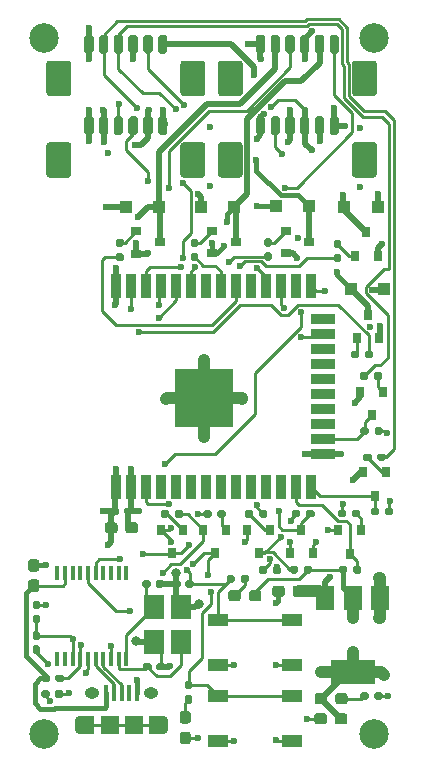
<source format=gbr>
G04 #@! TF.GenerationSoftware,KiCad,Pcbnew,5.1.7-a382d34a88~90~ubuntu20.04.1*
G04 #@! TF.CreationDate,2022-01-21T18:15:31-06:00*
G04 #@! TF.ProjectId,strike-controller,73747269-6b65-42d6-936f-6e74726f6c6c,rev?*
G04 #@! TF.SameCoordinates,Original*
G04 #@! TF.FileFunction,Copper,L1,Top*
G04 #@! TF.FilePolarity,Positive*
%FSLAX46Y46*%
G04 Gerber Fmt 4.6, Leading zero omitted, Abs format (unit mm)*
G04 Created by KiCad (PCBNEW 5.1.7-a382d34a88~90~ubuntu20.04.1) date 2022-01-21 18:15:31*
%MOMM*%
%LPD*%
G01*
G04 APERTURE LIST*
G04 #@! TA.AperFunction,ComponentPad*
%ADD10C,2.500000*%
G04 #@! TD*
G04 #@! TA.AperFunction,SMDPad,CuDef*
%ADD11R,0.900000X2.000000*%
G04 #@! TD*
G04 #@! TA.AperFunction,SMDPad,CuDef*
%ADD12R,2.000000X0.900000*%
G04 #@! TD*
G04 #@! TA.AperFunction,SMDPad,CuDef*
%ADD13R,5.000000X5.000000*%
G04 #@! TD*
G04 #@! TA.AperFunction,SMDPad,CuDef*
%ADD14R,0.325000X1.270000*%
G04 #@! TD*
G04 #@! TA.AperFunction,SMDPad,CuDef*
%ADD15R,1.700000X1.000000*%
G04 #@! TD*
G04 #@! TA.AperFunction,SMDPad,CuDef*
%ADD16R,1.500000X2.000000*%
G04 #@! TD*
G04 #@! TA.AperFunction,SMDPad,CuDef*
%ADD17R,3.800000X2.000000*%
G04 #@! TD*
G04 #@! TA.AperFunction,SMDPad,CuDef*
%ADD18R,0.800000X0.900000*%
G04 #@! TD*
G04 #@! TA.AperFunction,SMDPad,CuDef*
%ADD19R,0.900000X0.800000*%
G04 #@! TD*
G04 #@! TA.AperFunction,SMDPad,CuDef*
%ADD20R,1.800000X2.100000*%
G04 #@! TD*
G04 #@! TA.AperFunction,ComponentPad*
%ADD21O,0.890000X1.550000*%
G04 #@! TD*
G04 #@! TA.AperFunction,SMDPad,CuDef*
%ADD22R,1.200000X1.550000*%
G04 #@! TD*
G04 #@! TA.AperFunction,SMDPad,CuDef*
%ADD23R,1.500000X1.550000*%
G04 #@! TD*
G04 #@! TA.AperFunction,ComponentPad*
%ADD24O,1.250000X0.950000*%
G04 #@! TD*
G04 #@! TA.AperFunction,SMDPad,CuDef*
%ADD25R,0.400000X1.350000*%
G04 #@! TD*
G04 #@! TA.AperFunction,SMDPad,CuDef*
%ADD26R,1.100000X1.100000*%
G04 #@! TD*
G04 #@! TA.AperFunction,ViaPad*
%ADD27C,0.600000*%
G04 #@! TD*
G04 #@! TA.AperFunction,ViaPad*
%ADD28C,0.800000*%
G04 #@! TD*
G04 #@! TA.AperFunction,ViaPad*
%ADD29C,1.000000*%
G04 #@! TD*
G04 #@! TA.AperFunction,Conductor*
%ADD30C,0.250000*%
G04 #@! TD*
G04 #@! TA.AperFunction,Conductor*
%ADD31C,0.400000*%
G04 #@! TD*
G04 #@! TA.AperFunction,Conductor*
%ADD32C,0.500000*%
G04 #@! TD*
G04 #@! TA.AperFunction,Conductor*
%ADD33C,1.000000*%
G04 #@! TD*
G04 APERTURE END LIST*
G04 #@! TA.AperFunction,SMDPad,CuDef*
G36*
G01*
X133425000Y-112680000D02*
X133425000Y-112370000D01*
G75*
G02*
X133580000Y-112215000I155000J0D01*
G01*
X134005000Y-112215000D01*
G75*
G02*
X134160000Y-112370000I0J-155000D01*
G01*
X134160000Y-112680000D01*
G75*
G02*
X134005000Y-112835000I-155000J0D01*
G01*
X133580000Y-112835000D01*
G75*
G02*
X133425000Y-112680000I0J155000D01*
G01*
G37*
G04 #@! TD.AperFunction*
G04 #@! TA.AperFunction,SMDPad,CuDef*
G36*
G01*
X132290000Y-112680000D02*
X132290000Y-112370000D01*
G75*
G02*
X132445000Y-112215000I155000J0D01*
G01*
X132870000Y-112215000D01*
G75*
G02*
X133025000Y-112370000I0J-155000D01*
G01*
X133025000Y-112680000D01*
G75*
G02*
X132870000Y-112835000I-155000J0D01*
G01*
X132445000Y-112835000D01*
G75*
G02*
X132290000Y-112680000I0J155000D01*
G01*
G37*
G04 #@! TD.AperFunction*
G04 #@! TA.AperFunction,SMDPad,CuDef*
G36*
G01*
X131887500Y-102175000D02*
X131412500Y-102175000D01*
G75*
G02*
X131175000Y-101937500I0J237500D01*
G01*
X131175000Y-101337500D01*
G75*
G02*
X131412500Y-101100000I237500J0D01*
G01*
X131887500Y-101100000D01*
G75*
G02*
X132125000Y-101337500I0J-237500D01*
G01*
X132125000Y-101937500D01*
G75*
G02*
X131887500Y-102175000I-237500J0D01*
G01*
G37*
G04 #@! TD.AperFunction*
G04 #@! TA.AperFunction,SMDPad,CuDef*
G36*
G01*
X131887500Y-103900000D02*
X131412500Y-103900000D01*
G75*
G02*
X131175000Y-103662500I0J237500D01*
G01*
X131175000Y-103062500D01*
G75*
G02*
X131412500Y-102825000I237500J0D01*
G01*
X131887500Y-102825000D01*
G75*
G02*
X132125000Y-103062500I0J-237500D01*
G01*
X132125000Y-103662500D01*
G75*
G02*
X131887500Y-103900000I-237500J0D01*
G01*
G37*
G04 #@! TD.AperFunction*
G04 #@! TA.AperFunction,SMDPad,CuDef*
G36*
G01*
X133492500Y-111360000D02*
X133492500Y-111040000D01*
G75*
G02*
X133652500Y-110880000I160000J0D01*
G01*
X134047500Y-110880000D01*
G75*
G02*
X134207500Y-111040000I0J-160000D01*
G01*
X134207500Y-111360000D01*
G75*
G02*
X134047500Y-111520000I-160000J0D01*
G01*
X133652500Y-111520000D01*
G75*
G02*
X133492500Y-111360000I0J160000D01*
G01*
G37*
G04 #@! TD.AperFunction*
G04 #@! TA.AperFunction,SMDPad,CuDef*
G36*
G01*
X132297500Y-111360000D02*
X132297500Y-111040000D01*
G75*
G02*
X132457500Y-110880000I160000J0D01*
G01*
X132852500Y-110880000D01*
G75*
G02*
X133012500Y-111040000I0J-160000D01*
G01*
X133012500Y-111360000D01*
G75*
G02*
X132852500Y-111520000I-160000J0D01*
G01*
X132457500Y-111520000D01*
G75*
G02*
X132297500Y-111360000I0J160000D01*
G01*
G37*
G04 #@! TD.AperFunction*
D10*
X160500000Y-115925000D03*
X160500000Y-56950000D03*
X132525000Y-115900000D03*
X132500000Y-56950000D03*
G04 #@! TA.AperFunction,SMDPad,CuDef*
G36*
G01*
X149177500Y-102940000D02*
X149177500Y-102620000D01*
G75*
G02*
X149337500Y-102460000I160000J0D01*
G01*
X149732500Y-102460000D01*
G75*
G02*
X149892500Y-102620000I0J-160000D01*
G01*
X149892500Y-102940000D01*
G75*
G02*
X149732500Y-103100000I-160000J0D01*
G01*
X149337500Y-103100000D01*
G75*
G02*
X149177500Y-102940000I0J160000D01*
G01*
G37*
G04 #@! TD.AperFunction*
G04 #@! TA.AperFunction,SMDPad,CuDef*
G36*
G01*
X147982500Y-102940000D02*
X147982500Y-102620000D01*
G75*
G02*
X148142500Y-102460000I160000J0D01*
G01*
X148537500Y-102460000D01*
G75*
G02*
X148697500Y-102620000I0J-160000D01*
G01*
X148697500Y-102940000D01*
G75*
G02*
X148537500Y-103100000I-160000J0D01*
G01*
X148142500Y-103100000D01*
G75*
G02*
X147982500Y-102940000I0J160000D01*
G01*
G37*
G04 #@! TD.AperFunction*
G04 #@! TA.AperFunction,SMDPad,CuDef*
G36*
G01*
X135925000Y-65000000D02*
X135925000Y-63800000D01*
G75*
G02*
X136125000Y-63600000I200000J0D01*
G01*
X136525000Y-63600000D01*
G75*
G02*
X136725000Y-63800000I0J-200000D01*
G01*
X136725000Y-65000000D01*
G75*
G02*
X136525000Y-65200000I-200000J0D01*
G01*
X136125000Y-65200000D01*
G75*
G02*
X135925000Y-65000000I0J200000D01*
G01*
G37*
G04 #@! TD.AperFunction*
G04 #@! TA.AperFunction,SMDPad,CuDef*
G36*
G01*
X137175000Y-65000000D02*
X137175000Y-63800000D01*
G75*
G02*
X137375000Y-63600000I200000J0D01*
G01*
X137775000Y-63600000D01*
G75*
G02*
X137975000Y-63800000I0J-200000D01*
G01*
X137975000Y-65000000D01*
G75*
G02*
X137775000Y-65200000I-200000J0D01*
G01*
X137375000Y-65200000D01*
G75*
G02*
X137175000Y-65000000I0J200000D01*
G01*
G37*
G04 #@! TD.AperFunction*
G04 #@! TA.AperFunction,SMDPad,CuDef*
G36*
G01*
X138425000Y-65000000D02*
X138425000Y-63800000D01*
G75*
G02*
X138625000Y-63600000I200000J0D01*
G01*
X139025000Y-63600000D01*
G75*
G02*
X139225000Y-63800000I0J-200000D01*
G01*
X139225000Y-65000000D01*
G75*
G02*
X139025000Y-65200000I-200000J0D01*
G01*
X138625000Y-65200000D01*
G75*
G02*
X138425000Y-65000000I0J200000D01*
G01*
G37*
G04 #@! TD.AperFunction*
G04 #@! TA.AperFunction,SMDPad,CuDef*
G36*
G01*
X139675000Y-65000000D02*
X139675000Y-63800000D01*
G75*
G02*
X139875000Y-63600000I200000J0D01*
G01*
X140275000Y-63600000D01*
G75*
G02*
X140475000Y-63800000I0J-200000D01*
G01*
X140475000Y-65000000D01*
G75*
G02*
X140275000Y-65200000I-200000J0D01*
G01*
X139875000Y-65200000D01*
G75*
G02*
X139675000Y-65000000I0J200000D01*
G01*
G37*
G04 #@! TD.AperFunction*
G04 #@! TA.AperFunction,SMDPad,CuDef*
G36*
G01*
X140925000Y-65000000D02*
X140925000Y-63800000D01*
G75*
G02*
X141125000Y-63600000I200000J0D01*
G01*
X141525000Y-63600000D01*
G75*
G02*
X141725000Y-63800000I0J-200000D01*
G01*
X141725000Y-65000000D01*
G75*
G02*
X141525000Y-65200000I-200000J0D01*
G01*
X141125000Y-65200000D01*
G75*
G02*
X140925000Y-65000000I0J200000D01*
G01*
G37*
G04 #@! TD.AperFunction*
G04 #@! TA.AperFunction,SMDPad,CuDef*
G36*
G01*
X142175000Y-65000000D02*
X142175000Y-63800000D01*
G75*
G02*
X142375000Y-63600000I200000J0D01*
G01*
X142775000Y-63600000D01*
G75*
G02*
X142975000Y-63800000I0J-200000D01*
G01*
X142975000Y-65000000D01*
G75*
G02*
X142775000Y-65200000I-200000J0D01*
G01*
X142375000Y-65200000D01*
G75*
G02*
X142175000Y-65000000I0J200000D01*
G01*
G37*
G04 #@! TD.AperFunction*
G04 #@! TA.AperFunction,SMDPad,CuDef*
G36*
G01*
X132725000Y-68550000D02*
X132725000Y-66050000D01*
G75*
G02*
X132975000Y-65800000I250000J0D01*
G01*
X134575000Y-65800000D01*
G75*
G02*
X134825000Y-66050000I0J-250000D01*
G01*
X134825000Y-68550000D01*
G75*
G02*
X134575000Y-68800000I-250000J0D01*
G01*
X132975000Y-68800000D01*
G75*
G02*
X132725000Y-68550000I0J250000D01*
G01*
G37*
G04 #@! TD.AperFunction*
G04 #@! TA.AperFunction,SMDPad,CuDef*
G36*
G01*
X144075000Y-68550000D02*
X144075000Y-66050000D01*
G75*
G02*
X144325000Y-65800000I250000J0D01*
G01*
X145925000Y-65800000D01*
G75*
G02*
X146175000Y-66050000I0J-250000D01*
G01*
X146175000Y-68550000D01*
G75*
G02*
X145925000Y-68800000I-250000J0D01*
G01*
X144325000Y-68800000D01*
G75*
G02*
X144075000Y-68550000I0J250000D01*
G01*
G37*
G04 #@! TD.AperFunction*
G04 #@! TA.AperFunction,SMDPad,CuDef*
G36*
G01*
X150450000Y-58100000D02*
X150450000Y-56900000D01*
G75*
G02*
X150650000Y-56700000I200000J0D01*
G01*
X151050000Y-56700000D01*
G75*
G02*
X151250000Y-56900000I0J-200000D01*
G01*
X151250000Y-58100000D01*
G75*
G02*
X151050000Y-58300000I-200000J0D01*
G01*
X150650000Y-58300000D01*
G75*
G02*
X150450000Y-58100000I0J200000D01*
G01*
G37*
G04 #@! TD.AperFunction*
G04 #@! TA.AperFunction,SMDPad,CuDef*
G36*
G01*
X151700000Y-58100000D02*
X151700000Y-56900000D01*
G75*
G02*
X151900000Y-56700000I200000J0D01*
G01*
X152300000Y-56700000D01*
G75*
G02*
X152500000Y-56900000I0J-200000D01*
G01*
X152500000Y-58100000D01*
G75*
G02*
X152300000Y-58300000I-200000J0D01*
G01*
X151900000Y-58300000D01*
G75*
G02*
X151700000Y-58100000I0J200000D01*
G01*
G37*
G04 #@! TD.AperFunction*
G04 #@! TA.AperFunction,SMDPad,CuDef*
G36*
G01*
X152950000Y-58100000D02*
X152950000Y-56900000D01*
G75*
G02*
X153150000Y-56700000I200000J0D01*
G01*
X153550000Y-56700000D01*
G75*
G02*
X153750000Y-56900000I0J-200000D01*
G01*
X153750000Y-58100000D01*
G75*
G02*
X153550000Y-58300000I-200000J0D01*
G01*
X153150000Y-58300000D01*
G75*
G02*
X152950000Y-58100000I0J200000D01*
G01*
G37*
G04 #@! TD.AperFunction*
G04 #@! TA.AperFunction,SMDPad,CuDef*
G36*
G01*
X154200000Y-58100000D02*
X154200000Y-56900000D01*
G75*
G02*
X154400000Y-56700000I200000J0D01*
G01*
X154800000Y-56700000D01*
G75*
G02*
X155000000Y-56900000I0J-200000D01*
G01*
X155000000Y-58100000D01*
G75*
G02*
X154800000Y-58300000I-200000J0D01*
G01*
X154400000Y-58300000D01*
G75*
G02*
X154200000Y-58100000I0J200000D01*
G01*
G37*
G04 #@! TD.AperFunction*
G04 #@! TA.AperFunction,SMDPad,CuDef*
G36*
G01*
X155450000Y-58100000D02*
X155450000Y-56900000D01*
G75*
G02*
X155650000Y-56700000I200000J0D01*
G01*
X156050000Y-56700000D01*
G75*
G02*
X156250000Y-56900000I0J-200000D01*
G01*
X156250000Y-58100000D01*
G75*
G02*
X156050000Y-58300000I-200000J0D01*
G01*
X155650000Y-58300000D01*
G75*
G02*
X155450000Y-58100000I0J200000D01*
G01*
G37*
G04 #@! TD.AperFunction*
G04 #@! TA.AperFunction,SMDPad,CuDef*
G36*
G01*
X156700000Y-58100000D02*
X156700000Y-56900000D01*
G75*
G02*
X156900000Y-56700000I200000J0D01*
G01*
X157300000Y-56700000D01*
G75*
G02*
X157500000Y-56900000I0J-200000D01*
G01*
X157500000Y-58100000D01*
G75*
G02*
X157300000Y-58300000I-200000J0D01*
G01*
X156900000Y-58300000D01*
G75*
G02*
X156700000Y-58100000I0J200000D01*
G01*
G37*
G04 #@! TD.AperFunction*
G04 #@! TA.AperFunction,SMDPad,CuDef*
G36*
G01*
X147250000Y-61650000D02*
X147250000Y-59150000D01*
G75*
G02*
X147500000Y-58900000I250000J0D01*
G01*
X149100000Y-58900000D01*
G75*
G02*
X149350000Y-59150000I0J-250000D01*
G01*
X149350000Y-61650000D01*
G75*
G02*
X149100000Y-61900000I-250000J0D01*
G01*
X147500000Y-61900000D01*
G75*
G02*
X147250000Y-61650000I0J250000D01*
G01*
G37*
G04 #@! TD.AperFunction*
G04 #@! TA.AperFunction,SMDPad,CuDef*
G36*
G01*
X158600000Y-61650000D02*
X158600000Y-59150000D01*
G75*
G02*
X158850000Y-58900000I250000J0D01*
G01*
X160450000Y-58900000D01*
G75*
G02*
X160700000Y-59150000I0J-250000D01*
G01*
X160700000Y-61650000D01*
G75*
G02*
X160450000Y-61900000I-250000J0D01*
G01*
X158850000Y-61900000D01*
G75*
G02*
X158600000Y-61650000I0J250000D01*
G01*
G37*
G04 #@! TD.AperFunction*
G04 #@! TA.AperFunction,SMDPad,CuDef*
G36*
G01*
X150450000Y-65000000D02*
X150450000Y-63800000D01*
G75*
G02*
X150650000Y-63600000I200000J0D01*
G01*
X151050000Y-63600000D01*
G75*
G02*
X151250000Y-63800000I0J-200000D01*
G01*
X151250000Y-65000000D01*
G75*
G02*
X151050000Y-65200000I-200000J0D01*
G01*
X150650000Y-65200000D01*
G75*
G02*
X150450000Y-65000000I0J200000D01*
G01*
G37*
G04 #@! TD.AperFunction*
G04 #@! TA.AperFunction,SMDPad,CuDef*
G36*
G01*
X151700000Y-65000000D02*
X151700000Y-63800000D01*
G75*
G02*
X151900000Y-63600000I200000J0D01*
G01*
X152300000Y-63600000D01*
G75*
G02*
X152500000Y-63800000I0J-200000D01*
G01*
X152500000Y-65000000D01*
G75*
G02*
X152300000Y-65200000I-200000J0D01*
G01*
X151900000Y-65200000D01*
G75*
G02*
X151700000Y-65000000I0J200000D01*
G01*
G37*
G04 #@! TD.AperFunction*
G04 #@! TA.AperFunction,SMDPad,CuDef*
G36*
G01*
X152950000Y-65000000D02*
X152950000Y-63800000D01*
G75*
G02*
X153150000Y-63600000I200000J0D01*
G01*
X153550000Y-63600000D01*
G75*
G02*
X153750000Y-63800000I0J-200000D01*
G01*
X153750000Y-65000000D01*
G75*
G02*
X153550000Y-65200000I-200000J0D01*
G01*
X153150000Y-65200000D01*
G75*
G02*
X152950000Y-65000000I0J200000D01*
G01*
G37*
G04 #@! TD.AperFunction*
G04 #@! TA.AperFunction,SMDPad,CuDef*
G36*
G01*
X154200000Y-65000000D02*
X154200000Y-63800000D01*
G75*
G02*
X154400000Y-63600000I200000J0D01*
G01*
X154800000Y-63600000D01*
G75*
G02*
X155000000Y-63800000I0J-200000D01*
G01*
X155000000Y-65000000D01*
G75*
G02*
X154800000Y-65200000I-200000J0D01*
G01*
X154400000Y-65200000D01*
G75*
G02*
X154200000Y-65000000I0J200000D01*
G01*
G37*
G04 #@! TD.AperFunction*
G04 #@! TA.AperFunction,SMDPad,CuDef*
G36*
G01*
X155450000Y-65000000D02*
X155450000Y-63800000D01*
G75*
G02*
X155650000Y-63600000I200000J0D01*
G01*
X156050000Y-63600000D01*
G75*
G02*
X156250000Y-63800000I0J-200000D01*
G01*
X156250000Y-65000000D01*
G75*
G02*
X156050000Y-65200000I-200000J0D01*
G01*
X155650000Y-65200000D01*
G75*
G02*
X155450000Y-65000000I0J200000D01*
G01*
G37*
G04 #@! TD.AperFunction*
G04 #@! TA.AperFunction,SMDPad,CuDef*
G36*
G01*
X156700000Y-65000000D02*
X156700000Y-63800000D01*
G75*
G02*
X156900000Y-63600000I200000J0D01*
G01*
X157300000Y-63600000D01*
G75*
G02*
X157500000Y-63800000I0J-200000D01*
G01*
X157500000Y-65000000D01*
G75*
G02*
X157300000Y-65200000I-200000J0D01*
G01*
X156900000Y-65200000D01*
G75*
G02*
X156700000Y-65000000I0J200000D01*
G01*
G37*
G04 #@! TD.AperFunction*
G04 #@! TA.AperFunction,SMDPad,CuDef*
G36*
G01*
X147250000Y-68550000D02*
X147250000Y-66050000D01*
G75*
G02*
X147500000Y-65800000I250000J0D01*
G01*
X149100000Y-65800000D01*
G75*
G02*
X149350000Y-66050000I0J-250000D01*
G01*
X149350000Y-68550000D01*
G75*
G02*
X149100000Y-68800000I-250000J0D01*
G01*
X147500000Y-68800000D01*
G75*
G02*
X147250000Y-68550000I0J250000D01*
G01*
G37*
G04 #@! TD.AperFunction*
G04 #@! TA.AperFunction,SMDPad,CuDef*
G36*
G01*
X158600000Y-68550000D02*
X158600000Y-66050000D01*
G75*
G02*
X158850000Y-65800000I250000J0D01*
G01*
X160450000Y-65800000D01*
G75*
G02*
X160700000Y-66050000I0J-250000D01*
G01*
X160700000Y-68550000D01*
G75*
G02*
X160450000Y-68800000I-250000J0D01*
G01*
X158850000Y-68800000D01*
G75*
G02*
X158600000Y-68550000I0J250000D01*
G01*
G37*
G04 #@! TD.AperFunction*
G04 #@! TA.AperFunction,SMDPad,CuDef*
G36*
G01*
X135925000Y-58100000D02*
X135925000Y-56900000D01*
G75*
G02*
X136125000Y-56700000I200000J0D01*
G01*
X136525000Y-56700000D01*
G75*
G02*
X136725000Y-56900000I0J-200000D01*
G01*
X136725000Y-58100000D01*
G75*
G02*
X136525000Y-58300000I-200000J0D01*
G01*
X136125000Y-58300000D01*
G75*
G02*
X135925000Y-58100000I0J200000D01*
G01*
G37*
G04 #@! TD.AperFunction*
G04 #@! TA.AperFunction,SMDPad,CuDef*
G36*
G01*
X137175000Y-58100000D02*
X137175000Y-56900000D01*
G75*
G02*
X137375000Y-56700000I200000J0D01*
G01*
X137775000Y-56700000D01*
G75*
G02*
X137975000Y-56900000I0J-200000D01*
G01*
X137975000Y-58100000D01*
G75*
G02*
X137775000Y-58300000I-200000J0D01*
G01*
X137375000Y-58300000D01*
G75*
G02*
X137175000Y-58100000I0J200000D01*
G01*
G37*
G04 #@! TD.AperFunction*
G04 #@! TA.AperFunction,SMDPad,CuDef*
G36*
G01*
X138425000Y-58100000D02*
X138425000Y-56900000D01*
G75*
G02*
X138625000Y-56700000I200000J0D01*
G01*
X139025000Y-56700000D01*
G75*
G02*
X139225000Y-56900000I0J-200000D01*
G01*
X139225000Y-58100000D01*
G75*
G02*
X139025000Y-58300000I-200000J0D01*
G01*
X138625000Y-58300000D01*
G75*
G02*
X138425000Y-58100000I0J200000D01*
G01*
G37*
G04 #@! TD.AperFunction*
G04 #@! TA.AperFunction,SMDPad,CuDef*
G36*
G01*
X139675000Y-58100000D02*
X139675000Y-56900000D01*
G75*
G02*
X139875000Y-56700000I200000J0D01*
G01*
X140275000Y-56700000D01*
G75*
G02*
X140475000Y-56900000I0J-200000D01*
G01*
X140475000Y-58100000D01*
G75*
G02*
X140275000Y-58300000I-200000J0D01*
G01*
X139875000Y-58300000D01*
G75*
G02*
X139675000Y-58100000I0J200000D01*
G01*
G37*
G04 #@! TD.AperFunction*
G04 #@! TA.AperFunction,SMDPad,CuDef*
G36*
G01*
X140925000Y-58100000D02*
X140925000Y-56900000D01*
G75*
G02*
X141125000Y-56700000I200000J0D01*
G01*
X141525000Y-56700000D01*
G75*
G02*
X141725000Y-56900000I0J-200000D01*
G01*
X141725000Y-58100000D01*
G75*
G02*
X141525000Y-58300000I-200000J0D01*
G01*
X141125000Y-58300000D01*
G75*
G02*
X140925000Y-58100000I0J200000D01*
G01*
G37*
G04 #@! TD.AperFunction*
G04 #@! TA.AperFunction,SMDPad,CuDef*
G36*
G01*
X142175000Y-58100000D02*
X142175000Y-56900000D01*
G75*
G02*
X142375000Y-56700000I200000J0D01*
G01*
X142775000Y-56700000D01*
G75*
G02*
X142975000Y-56900000I0J-200000D01*
G01*
X142975000Y-58100000D01*
G75*
G02*
X142775000Y-58300000I-200000J0D01*
G01*
X142375000Y-58300000D01*
G75*
G02*
X142175000Y-58100000I0J200000D01*
G01*
G37*
G04 #@! TD.AperFunction*
G04 #@! TA.AperFunction,SMDPad,CuDef*
G36*
G01*
X132725000Y-61650000D02*
X132725000Y-59150000D01*
G75*
G02*
X132975000Y-58900000I250000J0D01*
G01*
X134575000Y-58900000D01*
G75*
G02*
X134825000Y-59150000I0J-250000D01*
G01*
X134825000Y-61650000D01*
G75*
G02*
X134575000Y-61900000I-250000J0D01*
G01*
X132975000Y-61900000D01*
G75*
G02*
X132725000Y-61650000I0J250000D01*
G01*
G37*
G04 #@! TD.AperFunction*
G04 #@! TA.AperFunction,SMDPad,CuDef*
G36*
G01*
X144075000Y-61650000D02*
X144075000Y-59150000D01*
G75*
G02*
X144325000Y-58900000I250000J0D01*
G01*
X145925000Y-58900000D01*
G75*
G02*
X146175000Y-59150000I0J-250000D01*
G01*
X146175000Y-61650000D01*
G75*
G02*
X145925000Y-61900000I-250000J0D01*
G01*
X144325000Y-61900000D01*
G75*
G02*
X144075000Y-61650000I0J250000D01*
G01*
G37*
G04 #@! TD.AperFunction*
D11*
X138600000Y-78000000D03*
X139870000Y-78000000D03*
X141140000Y-78000000D03*
X142410000Y-78000000D03*
X143680000Y-78000000D03*
X144950000Y-78000000D03*
X146220000Y-78000000D03*
X147490000Y-78000000D03*
X148760000Y-78000000D03*
X150030000Y-78000000D03*
X151300000Y-78000000D03*
X152570000Y-78000000D03*
X153840000Y-78000000D03*
X155110000Y-78000000D03*
D12*
X156110000Y-80785000D03*
X156110000Y-82055000D03*
X156110000Y-83325000D03*
X156110000Y-84595000D03*
X156110000Y-85865000D03*
X156110000Y-87135000D03*
X156110000Y-88405000D03*
X156110000Y-89675000D03*
X156110000Y-90945000D03*
X156110000Y-92215000D03*
D11*
X155110000Y-95000000D03*
X153840000Y-95000000D03*
X152570000Y-95000000D03*
X151300000Y-95000000D03*
X150030000Y-95000000D03*
X148760000Y-95000000D03*
X147490000Y-95000000D03*
X146220000Y-95000000D03*
X144950000Y-95000000D03*
X143680000Y-95000000D03*
X142410000Y-95000000D03*
X141140000Y-95000000D03*
X139870000Y-95000000D03*
X138600000Y-95000000D03*
D13*
X146100000Y-87500000D03*
D14*
X133650000Y-102280500D03*
X134300000Y-102280500D03*
X134950000Y-102280500D03*
X135600000Y-102280500D03*
X136250000Y-102280500D03*
X136900000Y-102280500D03*
X137550000Y-102280500D03*
X138200000Y-102280500D03*
X138850000Y-102280500D03*
X139500000Y-102280500D03*
X139500000Y-109519500D03*
X138850000Y-109519500D03*
X138200000Y-109519500D03*
X137550000Y-109519500D03*
X136900000Y-109519500D03*
X136250000Y-109519500D03*
X135600000Y-109519500D03*
X134950000Y-109519500D03*
X134300000Y-109519500D03*
X133650000Y-109519500D03*
G04 #@! TA.AperFunction,SMDPad,CuDef*
G36*
G01*
X144082500Y-103045000D02*
X144082500Y-103355000D01*
G75*
G02*
X143927500Y-103510000I-155000J0D01*
G01*
X143502500Y-103510000D01*
G75*
G02*
X143347500Y-103355000I0J155000D01*
G01*
X143347500Y-103045000D01*
G75*
G02*
X143502500Y-102890000I155000J0D01*
G01*
X143927500Y-102890000D01*
G75*
G02*
X144082500Y-103045000I0J-155000D01*
G01*
G37*
G04 #@! TD.AperFunction*
G04 #@! TA.AperFunction,SMDPad,CuDef*
G36*
G01*
X145217500Y-103045000D02*
X145217500Y-103355000D01*
G75*
G02*
X145062500Y-103510000I-155000J0D01*
G01*
X144637500Y-103510000D01*
G75*
G02*
X144482500Y-103355000I0J155000D01*
G01*
X144482500Y-103045000D01*
G75*
G02*
X144637500Y-102890000I155000J0D01*
G01*
X145062500Y-102890000D01*
G75*
G02*
X145217500Y-103045000I0J-155000D01*
G01*
G37*
G04 #@! TD.AperFunction*
G04 #@! TA.AperFunction,SMDPad,CuDef*
G36*
G01*
X138907500Y-96895000D02*
X138907500Y-97205000D01*
G75*
G02*
X138752500Y-97360000I-155000J0D01*
G01*
X138327500Y-97360000D01*
G75*
G02*
X138172500Y-97205000I0J155000D01*
G01*
X138172500Y-96895000D01*
G75*
G02*
X138327500Y-96740000I155000J0D01*
G01*
X138752500Y-96740000D01*
G75*
G02*
X138907500Y-96895000I0J-155000D01*
G01*
G37*
G04 #@! TD.AperFunction*
G04 #@! TA.AperFunction,SMDPad,CuDef*
G36*
G01*
X140042500Y-96895000D02*
X140042500Y-97205000D01*
G75*
G02*
X139887500Y-97360000I-155000J0D01*
G01*
X139462500Y-97360000D01*
G75*
G02*
X139307500Y-97205000I0J155000D01*
G01*
X139307500Y-96895000D01*
G75*
G02*
X139462500Y-96740000I155000J0D01*
G01*
X139887500Y-96740000D01*
G75*
G02*
X140042500Y-96895000I0J-155000D01*
G01*
G37*
G04 #@! TD.AperFunction*
G04 #@! TA.AperFunction,SMDPad,CuDef*
G36*
G01*
X160490000Y-112835000D02*
X160490000Y-112515000D01*
G75*
G02*
X160650000Y-112355000I160000J0D01*
G01*
X161045000Y-112355000D01*
G75*
G02*
X161205000Y-112515000I0J-160000D01*
G01*
X161205000Y-112835000D01*
G75*
G02*
X161045000Y-112995000I-160000J0D01*
G01*
X160650000Y-112995000D01*
G75*
G02*
X160490000Y-112835000I0J160000D01*
G01*
G37*
G04 #@! TD.AperFunction*
G04 #@! TA.AperFunction,SMDPad,CuDef*
G36*
G01*
X159295000Y-112835000D02*
X159295000Y-112515000D01*
G75*
G02*
X159455000Y-112355000I160000J0D01*
G01*
X159850000Y-112355000D01*
G75*
G02*
X160010000Y-112515000I0J-160000D01*
G01*
X160010000Y-112835000D01*
G75*
G02*
X159850000Y-112995000I-160000J0D01*
G01*
X159455000Y-112995000D01*
G75*
G02*
X159295000Y-112835000I0J160000D01*
G01*
G37*
G04 #@! TD.AperFunction*
G04 #@! TA.AperFunction,SMDPad,CuDef*
G36*
G01*
X144600000Y-112617500D02*
X144920000Y-112617500D01*
G75*
G02*
X145080000Y-112777500I0J-160000D01*
G01*
X145080000Y-113172500D01*
G75*
G02*
X144920000Y-113332500I-160000J0D01*
G01*
X144600000Y-113332500D01*
G75*
G02*
X144440000Y-113172500I0J160000D01*
G01*
X144440000Y-112777500D01*
G75*
G02*
X144600000Y-112617500I160000J0D01*
G01*
G37*
G04 #@! TD.AperFunction*
G04 #@! TA.AperFunction,SMDPad,CuDef*
G36*
G01*
X144600000Y-111422500D02*
X144920000Y-111422500D01*
G75*
G02*
X145080000Y-111582500I0J-160000D01*
G01*
X145080000Y-111977500D01*
G75*
G02*
X144920000Y-112137500I-160000J0D01*
G01*
X144600000Y-112137500D01*
G75*
G02*
X144440000Y-111977500I0J160000D01*
G01*
X144440000Y-111582500D01*
G75*
G02*
X144600000Y-111422500I160000J0D01*
G01*
G37*
G04 #@! TD.AperFunction*
D15*
X153550000Y-110060000D03*
X147250000Y-110060000D03*
X153550000Y-106260000D03*
X147250000Y-106260000D03*
X153550000Y-116475000D03*
X147250000Y-116475000D03*
X153550000Y-112675000D03*
X147250000Y-112675000D03*
D16*
X160950000Y-104355000D03*
X156350000Y-104355000D03*
X158650000Y-104355000D03*
D17*
X158650000Y-110655000D03*
G04 #@! TA.AperFunction,SMDPad,CuDef*
G36*
G01*
X160512500Y-90410000D02*
X160512500Y-90090000D01*
G75*
G02*
X160672500Y-89930000I160000J0D01*
G01*
X161067500Y-89930000D01*
G75*
G02*
X161227500Y-90090000I0J-160000D01*
G01*
X161227500Y-90410000D01*
G75*
G02*
X161067500Y-90570000I-160000J0D01*
G01*
X160672500Y-90570000D01*
G75*
G02*
X160512500Y-90410000I0J160000D01*
G01*
G37*
G04 #@! TD.AperFunction*
G04 #@! TA.AperFunction,SMDPad,CuDef*
G36*
G01*
X159317500Y-90410000D02*
X159317500Y-90090000D01*
G75*
G02*
X159477500Y-89930000I160000J0D01*
G01*
X159872500Y-89930000D01*
G75*
G02*
X160032500Y-90090000I0J-160000D01*
G01*
X160032500Y-90410000D01*
G75*
G02*
X159872500Y-90570000I-160000J0D01*
G01*
X159477500Y-90570000D01*
G75*
G02*
X159317500Y-90410000I0J160000D01*
G01*
G37*
G04 #@! TD.AperFunction*
G04 #@! TA.AperFunction,SMDPad,CuDef*
G36*
G01*
X159667500Y-83940000D02*
X159667500Y-83620000D01*
G75*
G02*
X159827500Y-83460000I160000J0D01*
G01*
X160222500Y-83460000D01*
G75*
G02*
X160382500Y-83620000I0J-160000D01*
G01*
X160382500Y-83940000D01*
G75*
G02*
X160222500Y-84100000I-160000J0D01*
G01*
X159827500Y-84100000D01*
G75*
G02*
X159667500Y-83940000I0J160000D01*
G01*
G37*
G04 #@! TD.AperFunction*
G04 #@! TA.AperFunction,SMDPad,CuDef*
G36*
G01*
X158472500Y-83940000D02*
X158472500Y-83620000D01*
G75*
G02*
X158632500Y-83460000I160000J0D01*
G01*
X159027500Y-83460000D01*
G75*
G02*
X159187500Y-83620000I0J-160000D01*
G01*
X159187500Y-83940000D01*
G75*
G02*
X159027500Y-84100000I-160000J0D01*
G01*
X158632500Y-84100000D01*
G75*
G02*
X158472500Y-83940000I0J160000D01*
G01*
G37*
G04 #@! TD.AperFunction*
G04 #@! TA.AperFunction,SMDPad,CuDef*
G36*
G01*
X159962500Y-85440000D02*
X159962500Y-85760000D01*
G75*
G02*
X159802500Y-85920000I-160000J0D01*
G01*
X159407500Y-85920000D01*
G75*
G02*
X159247500Y-85760000I0J160000D01*
G01*
X159247500Y-85440000D01*
G75*
G02*
X159407500Y-85280000I160000J0D01*
G01*
X159802500Y-85280000D01*
G75*
G02*
X159962500Y-85440000I0J-160000D01*
G01*
G37*
G04 #@! TD.AperFunction*
G04 #@! TA.AperFunction,SMDPad,CuDef*
G36*
G01*
X161157500Y-85440000D02*
X161157500Y-85760000D01*
G75*
G02*
X160997500Y-85920000I-160000J0D01*
G01*
X160602500Y-85920000D01*
G75*
G02*
X160442500Y-85760000I0J160000D01*
G01*
X160442500Y-85440000D01*
G75*
G02*
X160602500Y-85280000I160000J0D01*
G01*
X160997500Y-85280000D01*
G75*
G02*
X161157500Y-85440000I0J-160000D01*
G01*
G37*
G04 #@! TD.AperFunction*
G04 #@! TA.AperFunction,SMDPad,CuDef*
G36*
G01*
X161362500Y-97235000D02*
X161362500Y-96915000D01*
G75*
G02*
X161522500Y-96755000I160000J0D01*
G01*
X161917500Y-96755000D01*
G75*
G02*
X162077500Y-96915000I0J-160000D01*
G01*
X162077500Y-97235000D01*
G75*
G02*
X161917500Y-97395000I-160000J0D01*
G01*
X161522500Y-97395000D01*
G75*
G02*
X161362500Y-97235000I0J160000D01*
G01*
G37*
G04 #@! TD.AperFunction*
G04 #@! TA.AperFunction,SMDPad,CuDef*
G36*
G01*
X160167500Y-97235000D02*
X160167500Y-96915000D01*
G75*
G02*
X160327500Y-96755000I160000J0D01*
G01*
X160722500Y-96755000D01*
G75*
G02*
X160882500Y-96915000I0J-160000D01*
G01*
X160882500Y-97235000D01*
G75*
G02*
X160722500Y-97395000I-160000J0D01*
G01*
X160327500Y-97395000D01*
G75*
G02*
X160167500Y-97235000I0J160000D01*
G01*
G37*
G04 #@! TD.AperFunction*
G04 #@! TA.AperFunction,SMDPad,CuDef*
G36*
G01*
X157210000Y-75272500D02*
X157530000Y-75272500D01*
G75*
G02*
X157690000Y-75432500I0J-160000D01*
G01*
X157690000Y-75827500D01*
G75*
G02*
X157530000Y-75987500I-160000J0D01*
G01*
X157210000Y-75987500D01*
G75*
G02*
X157050000Y-75827500I0J160000D01*
G01*
X157050000Y-75432500D01*
G75*
G02*
X157210000Y-75272500I160000J0D01*
G01*
G37*
G04 #@! TD.AperFunction*
G04 #@! TA.AperFunction,SMDPad,CuDef*
G36*
G01*
X157210000Y-74077500D02*
X157530000Y-74077500D01*
G75*
G02*
X157690000Y-74237500I0J-160000D01*
G01*
X157690000Y-74632500D01*
G75*
G02*
X157530000Y-74792500I-160000J0D01*
G01*
X157210000Y-74792500D01*
G75*
G02*
X157050000Y-74632500I0J160000D01*
G01*
X157050000Y-74237500D01*
G75*
G02*
X157210000Y-74077500I160000J0D01*
G01*
G37*
G04 #@! TD.AperFunction*
G04 #@! TA.AperFunction,SMDPad,CuDef*
G36*
G01*
X160740000Y-92640000D02*
X160740000Y-92320000D01*
G75*
G02*
X160900000Y-92160000I160000J0D01*
G01*
X161295000Y-92160000D01*
G75*
G02*
X161455000Y-92320000I0J-160000D01*
G01*
X161455000Y-92640000D01*
G75*
G02*
X161295000Y-92800000I-160000J0D01*
G01*
X160900000Y-92800000D01*
G75*
G02*
X160740000Y-92640000I0J160000D01*
G01*
G37*
G04 #@! TD.AperFunction*
G04 #@! TA.AperFunction,SMDPad,CuDef*
G36*
G01*
X159545000Y-92640000D02*
X159545000Y-92320000D01*
G75*
G02*
X159705000Y-92160000I160000J0D01*
G01*
X160100000Y-92160000D01*
G75*
G02*
X160260000Y-92320000I0J-160000D01*
G01*
X160260000Y-92640000D01*
G75*
G02*
X160100000Y-92800000I-160000J0D01*
G01*
X159705000Y-92800000D01*
G75*
G02*
X159545000Y-92640000I0J160000D01*
G01*
G37*
G04 #@! TD.AperFunction*
G04 #@! TA.AperFunction,SMDPad,CuDef*
G36*
G01*
X155427500Y-97090000D02*
X155427500Y-97410000D01*
G75*
G02*
X155267500Y-97570000I-160000J0D01*
G01*
X154872500Y-97570000D01*
G75*
G02*
X154712500Y-97410000I0J160000D01*
G01*
X154712500Y-97090000D01*
G75*
G02*
X154872500Y-96930000I160000J0D01*
G01*
X155267500Y-96930000D01*
G75*
G02*
X155427500Y-97090000I0J-160000D01*
G01*
G37*
G04 #@! TD.AperFunction*
G04 #@! TA.AperFunction,SMDPad,CuDef*
G36*
G01*
X154232500Y-97090000D02*
X154232500Y-97410000D01*
G75*
G02*
X154072500Y-97570000I-160000J0D01*
G01*
X153677500Y-97570000D01*
G75*
G02*
X153517500Y-97410000I0J160000D01*
G01*
X153517500Y-97090000D01*
G75*
G02*
X153677500Y-96930000I160000J0D01*
G01*
X154072500Y-96930000D01*
G75*
G02*
X154232500Y-97090000I0J-160000D01*
G01*
G37*
G04 #@! TD.AperFunction*
G04 #@! TA.AperFunction,SMDPad,CuDef*
G36*
G01*
X151340000Y-75137500D02*
X151660000Y-75137500D01*
G75*
G02*
X151820000Y-75297500I0J-160000D01*
G01*
X151820000Y-75692500D01*
G75*
G02*
X151660000Y-75852500I-160000J0D01*
G01*
X151340000Y-75852500D01*
G75*
G02*
X151180000Y-75692500I0J160000D01*
G01*
X151180000Y-75297500D01*
G75*
G02*
X151340000Y-75137500I160000J0D01*
G01*
G37*
G04 #@! TD.AperFunction*
G04 #@! TA.AperFunction,SMDPad,CuDef*
G36*
G01*
X151340000Y-73942500D02*
X151660000Y-73942500D01*
G75*
G02*
X151820000Y-74102500I0J-160000D01*
G01*
X151820000Y-74497500D01*
G75*
G02*
X151660000Y-74657500I-160000J0D01*
G01*
X151340000Y-74657500D01*
G75*
G02*
X151180000Y-74497500I0J160000D01*
G01*
X151180000Y-74102500D01*
G75*
G02*
X151340000Y-73942500I160000J0D01*
G01*
G37*
G04 #@! TD.AperFunction*
G04 #@! TA.AperFunction,SMDPad,CuDef*
G36*
G01*
X151400000Y-101880000D02*
X151400000Y-102200000D01*
G75*
G02*
X151240000Y-102360000I-160000J0D01*
G01*
X150845000Y-102360000D01*
G75*
G02*
X150685000Y-102200000I0J160000D01*
G01*
X150685000Y-101880000D01*
G75*
G02*
X150845000Y-101720000I160000J0D01*
G01*
X151240000Y-101720000D01*
G75*
G02*
X151400000Y-101880000I0J-160000D01*
G01*
G37*
G04 #@! TD.AperFunction*
G04 #@! TA.AperFunction,SMDPad,CuDef*
G36*
G01*
X152595000Y-101880000D02*
X152595000Y-102200000D01*
G75*
G02*
X152435000Y-102360000I-160000J0D01*
G01*
X152040000Y-102360000D01*
G75*
G02*
X151880000Y-102200000I0J160000D01*
G01*
X151880000Y-101880000D01*
G75*
G02*
X152040000Y-101720000I160000J0D01*
G01*
X152435000Y-101720000D01*
G75*
G02*
X152595000Y-101880000I0J-160000D01*
G01*
G37*
G04 #@! TD.AperFunction*
G04 #@! TA.AperFunction,SMDPad,CuDef*
G36*
G01*
X153325000Y-102160000D02*
X153325000Y-101840000D01*
G75*
G02*
X153485000Y-101680000I160000J0D01*
G01*
X153880000Y-101680000D01*
G75*
G02*
X154040000Y-101840000I0J-160000D01*
G01*
X154040000Y-102160000D01*
G75*
G02*
X153880000Y-102320000I-160000J0D01*
G01*
X153485000Y-102320000D01*
G75*
G02*
X153325000Y-102160000I0J160000D01*
G01*
G37*
G04 #@! TD.AperFunction*
G04 #@! TA.AperFunction,SMDPad,CuDef*
G36*
G01*
X154520000Y-102160000D02*
X154520000Y-101840000D01*
G75*
G02*
X154680000Y-101680000I160000J0D01*
G01*
X155075000Y-101680000D01*
G75*
G02*
X155235000Y-101840000I0J-160000D01*
G01*
X155235000Y-102160000D01*
G75*
G02*
X155075000Y-102320000I-160000J0D01*
G01*
X154680000Y-102320000D01*
G75*
G02*
X154520000Y-102160000I0J160000D01*
G01*
G37*
G04 #@! TD.AperFunction*
G04 #@! TA.AperFunction,SMDPad,CuDef*
G36*
G01*
X149522500Y-97435000D02*
X149522500Y-97115000D01*
G75*
G02*
X149682500Y-96955000I160000J0D01*
G01*
X150077500Y-96955000D01*
G75*
G02*
X150237500Y-97115000I0J-160000D01*
G01*
X150237500Y-97435000D01*
G75*
G02*
X150077500Y-97595000I-160000J0D01*
G01*
X149682500Y-97595000D01*
G75*
G02*
X149522500Y-97435000I0J160000D01*
G01*
G37*
G04 #@! TD.AperFunction*
G04 #@! TA.AperFunction,SMDPad,CuDef*
G36*
G01*
X150717500Y-97435000D02*
X150717500Y-97115000D01*
G75*
G02*
X150877500Y-96955000I160000J0D01*
G01*
X151272500Y-96955000D01*
G75*
G02*
X151432500Y-97115000I0J-160000D01*
G01*
X151432500Y-97435000D01*
G75*
G02*
X151272500Y-97595000I-160000J0D01*
G01*
X150877500Y-97595000D01*
G75*
G02*
X150717500Y-97435000I0J160000D01*
G01*
G37*
G04 #@! TD.AperFunction*
G04 #@! TA.AperFunction,SMDPad,CuDef*
G36*
G01*
X145115000Y-75162500D02*
X145435000Y-75162500D01*
G75*
G02*
X145595000Y-75322500I0J-160000D01*
G01*
X145595000Y-75717500D01*
G75*
G02*
X145435000Y-75877500I-160000J0D01*
G01*
X145115000Y-75877500D01*
G75*
G02*
X144955000Y-75717500I0J160000D01*
G01*
X144955000Y-75322500D01*
G75*
G02*
X145115000Y-75162500I160000J0D01*
G01*
G37*
G04 #@! TD.AperFunction*
G04 #@! TA.AperFunction,SMDPad,CuDef*
G36*
G01*
X145115000Y-73967500D02*
X145435000Y-73967500D01*
G75*
G02*
X145595000Y-74127500I0J-160000D01*
G01*
X145595000Y-74522500D01*
G75*
G02*
X145435000Y-74682500I-160000J0D01*
G01*
X145115000Y-74682500D01*
G75*
G02*
X144955000Y-74522500I0J160000D01*
G01*
X144955000Y-74127500D01*
G75*
G02*
X145115000Y-73967500I160000J0D01*
G01*
G37*
G04 #@! TD.AperFunction*
G04 #@! TA.AperFunction,SMDPad,CuDef*
G36*
G01*
X159402500Y-101840000D02*
X159402500Y-102160000D01*
G75*
G02*
X159242500Y-102320000I-160000J0D01*
G01*
X158847500Y-102320000D01*
G75*
G02*
X158687500Y-102160000I0J160000D01*
G01*
X158687500Y-101840000D01*
G75*
G02*
X158847500Y-101680000I160000J0D01*
G01*
X159242500Y-101680000D01*
G75*
G02*
X159402500Y-101840000I0J-160000D01*
G01*
G37*
G04 #@! TD.AperFunction*
G04 #@! TA.AperFunction,SMDPad,CuDef*
G36*
G01*
X158207500Y-101840000D02*
X158207500Y-102160000D01*
G75*
G02*
X158047500Y-102320000I-160000J0D01*
G01*
X157652500Y-102320000D01*
G75*
G02*
X157492500Y-102160000I0J160000D01*
G01*
X157492500Y-101840000D01*
G75*
G02*
X157652500Y-101680000I160000J0D01*
G01*
X158047500Y-101680000D01*
G75*
G02*
X158207500Y-101840000I0J-160000D01*
G01*
G37*
G04 #@! TD.AperFunction*
G04 #@! TA.AperFunction,SMDPad,CuDef*
G36*
G01*
X159305000Y-97090000D02*
X159305000Y-97410000D01*
G75*
G02*
X159145000Y-97570000I-160000J0D01*
G01*
X158750000Y-97570000D01*
G75*
G02*
X158590000Y-97410000I0J160000D01*
G01*
X158590000Y-97090000D01*
G75*
G02*
X158750000Y-96930000I160000J0D01*
G01*
X159145000Y-96930000D01*
G75*
G02*
X159305000Y-97090000I0J-160000D01*
G01*
G37*
G04 #@! TD.AperFunction*
G04 #@! TA.AperFunction,SMDPad,CuDef*
G36*
G01*
X158110000Y-97090000D02*
X158110000Y-97410000D01*
G75*
G02*
X157950000Y-97570000I-160000J0D01*
G01*
X157555000Y-97570000D01*
G75*
G02*
X157395000Y-97410000I0J160000D01*
G01*
X157395000Y-97090000D01*
G75*
G02*
X157555000Y-96930000I160000J0D01*
G01*
X157950000Y-96930000D01*
G75*
G02*
X158110000Y-97090000I0J-160000D01*
G01*
G37*
G04 #@! TD.AperFunction*
G04 #@! TA.AperFunction,SMDPad,CuDef*
G36*
G01*
X138790000Y-75167500D02*
X139110000Y-75167500D01*
G75*
G02*
X139270000Y-75327500I0J-160000D01*
G01*
X139270000Y-75722500D01*
G75*
G02*
X139110000Y-75882500I-160000J0D01*
G01*
X138790000Y-75882500D01*
G75*
G02*
X138630000Y-75722500I0J160000D01*
G01*
X138630000Y-75327500D01*
G75*
G02*
X138790000Y-75167500I160000J0D01*
G01*
G37*
G04 #@! TD.AperFunction*
G04 #@! TA.AperFunction,SMDPad,CuDef*
G36*
G01*
X138790000Y-73972500D02*
X139110000Y-73972500D01*
G75*
G02*
X139270000Y-74132500I0J-160000D01*
G01*
X139270000Y-74527500D01*
G75*
G02*
X139110000Y-74687500I-160000J0D01*
G01*
X138790000Y-74687500D01*
G75*
G02*
X138630000Y-74527500I0J160000D01*
G01*
X138630000Y-74132500D01*
G75*
G02*
X138790000Y-73972500I160000J0D01*
G01*
G37*
G04 #@! TD.AperFunction*
G04 #@! TA.AperFunction,SMDPad,CuDef*
G36*
G01*
X132035000Y-106532500D02*
X131715000Y-106532500D01*
G75*
G02*
X131555000Y-106372500I0J160000D01*
G01*
X131555000Y-105977500D01*
G75*
G02*
X131715000Y-105817500I160000J0D01*
G01*
X132035000Y-105817500D01*
G75*
G02*
X132195000Y-105977500I0J-160000D01*
G01*
X132195000Y-106372500D01*
G75*
G02*
X132035000Y-106532500I-160000J0D01*
G01*
G37*
G04 #@! TD.AperFunction*
G04 #@! TA.AperFunction,SMDPad,CuDef*
G36*
G01*
X132035000Y-105337500D02*
X131715000Y-105337500D01*
G75*
G02*
X131555000Y-105177500I0J160000D01*
G01*
X131555000Y-104782500D01*
G75*
G02*
X131715000Y-104622500I160000J0D01*
G01*
X132035000Y-104622500D01*
G75*
G02*
X132195000Y-104782500I0J-160000D01*
G01*
X132195000Y-105177500D01*
G75*
G02*
X132035000Y-105337500I-160000J0D01*
G01*
G37*
G04 #@! TD.AperFunction*
G04 #@! TA.AperFunction,SMDPad,CuDef*
G36*
G01*
X143592500Y-97435000D02*
X143592500Y-97115000D01*
G75*
G02*
X143752500Y-96955000I160000J0D01*
G01*
X144147500Y-96955000D01*
G75*
G02*
X144307500Y-97115000I0J-160000D01*
G01*
X144307500Y-97435000D01*
G75*
G02*
X144147500Y-97595000I-160000J0D01*
G01*
X143752500Y-97595000D01*
G75*
G02*
X143592500Y-97435000I0J160000D01*
G01*
G37*
G04 #@! TD.AperFunction*
G04 #@! TA.AperFunction,SMDPad,CuDef*
G36*
G01*
X142397500Y-97435000D02*
X142397500Y-97115000D01*
G75*
G02*
X142557500Y-96955000I160000J0D01*
G01*
X142952500Y-96955000D01*
G75*
G02*
X143112500Y-97115000I0J-160000D01*
G01*
X143112500Y-97435000D01*
G75*
G02*
X142952500Y-97595000I-160000J0D01*
G01*
X142557500Y-97595000D01*
G75*
G02*
X142397500Y-97435000I0J160000D01*
G01*
G37*
G04 #@! TD.AperFunction*
G04 #@! TA.AperFunction,SMDPad,CuDef*
G36*
G01*
X146722500Y-97135000D02*
X146722500Y-97455000D01*
G75*
G02*
X146562500Y-97615000I-160000J0D01*
G01*
X146167500Y-97615000D01*
G75*
G02*
X146007500Y-97455000I0J160000D01*
G01*
X146007500Y-97135000D01*
G75*
G02*
X146167500Y-96975000I160000J0D01*
G01*
X146562500Y-96975000D01*
G75*
G02*
X146722500Y-97135000I0J-160000D01*
G01*
G37*
G04 #@! TD.AperFunction*
G04 #@! TA.AperFunction,SMDPad,CuDef*
G36*
G01*
X147917500Y-97135000D02*
X147917500Y-97455000D01*
G75*
G02*
X147757500Y-97615000I-160000J0D01*
G01*
X147362500Y-97615000D01*
G75*
G02*
X147202500Y-97455000I0J160000D01*
G01*
X147202500Y-97135000D01*
G75*
G02*
X147362500Y-96975000I160000J0D01*
G01*
X147757500Y-96975000D01*
G75*
G02*
X147917500Y-97135000I0J-160000D01*
G01*
G37*
G04 #@! TD.AperFunction*
G04 #@! TA.AperFunction,SMDPad,CuDef*
G36*
G01*
X132035000Y-107935000D02*
X131715000Y-107935000D01*
G75*
G02*
X131555000Y-107775000I0J160000D01*
G01*
X131555000Y-107380000D01*
G75*
G02*
X131715000Y-107220000I160000J0D01*
G01*
X132035000Y-107220000D01*
G75*
G02*
X132195000Y-107380000I0J-160000D01*
G01*
X132195000Y-107775000D01*
G75*
G02*
X132035000Y-107935000I-160000J0D01*
G01*
G37*
G04 #@! TD.AperFunction*
G04 #@! TA.AperFunction,SMDPad,CuDef*
G36*
G01*
X132035000Y-109130000D02*
X131715000Y-109130000D01*
G75*
G02*
X131555000Y-108970000I0J160000D01*
G01*
X131555000Y-108575000D01*
G75*
G02*
X131715000Y-108415000I160000J0D01*
G01*
X132035000Y-108415000D01*
G75*
G02*
X132195000Y-108575000I0J-160000D01*
G01*
X132195000Y-108970000D01*
G75*
G02*
X132035000Y-109130000I-160000J0D01*
G01*
G37*
G04 #@! TD.AperFunction*
D18*
X159930000Y-80420000D03*
X160880000Y-82420000D03*
X158980000Y-82420000D03*
X160265000Y-88930000D03*
X159315000Y-86930000D03*
X161215000Y-86930000D03*
X159820000Y-73440000D03*
X160770000Y-75440000D03*
X158870000Y-75440000D03*
X160510000Y-95740000D03*
X159560000Y-93740000D03*
X161460000Y-93740000D03*
D19*
X155000000Y-74275000D03*
X153000000Y-75225000D03*
X153000000Y-73325000D03*
D18*
X153360000Y-100600000D03*
X155260000Y-100600000D03*
X154310000Y-98600000D03*
X151650000Y-98605000D03*
X149750000Y-98605000D03*
X150700000Y-100605000D03*
D19*
X148745000Y-74275000D03*
X146745000Y-75225000D03*
X146745000Y-73325000D03*
D18*
X159350000Y-98655000D03*
X157450000Y-98655000D03*
X158400000Y-100655000D03*
D19*
X142345000Y-74280000D03*
X140345000Y-75230000D03*
X140345000Y-73330000D03*
D18*
X143350000Y-100600000D03*
X142400000Y-98600000D03*
X144300000Y-98600000D03*
X146975000Y-100600000D03*
X146025000Y-98600000D03*
X147925000Y-98600000D03*
D20*
X141820000Y-108080000D03*
X141820000Y-105180000D03*
X144120000Y-105180000D03*
X144120000Y-108080000D03*
D21*
X142600000Y-115175000D03*
X135600000Y-115175000D03*
D22*
X142000000Y-115175000D03*
X136200000Y-115175000D03*
D23*
X140100000Y-115175000D03*
X138100000Y-115175000D03*
D24*
X141600000Y-112475000D03*
X136600000Y-112475000D03*
D25*
X140400000Y-112475000D03*
X139750000Y-112475000D03*
X139100000Y-112475000D03*
X138450000Y-112475000D03*
X137800000Y-112475000D03*
D26*
X158500000Y-78270000D03*
X161300000Y-78270000D03*
X157960000Y-71310000D03*
X160760000Y-71310000D03*
X154975000Y-71225000D03*
X152175000Y-71225000D03*
X148650000Y-71250000D03*
X145850000Y-71250000D03*
X142250000Y-71275000D03*
X139450000Y-71275000D03*
G04 #@! TA.AperFunction,SMDPad,CuDef*
G36*
G01*
X156475000Y-112687500D02*
X156475000Y-113162500D01*
G75*
G02*
X156237500Y-113400000I-237500J0D01*
G01*
X155662500Y-113400000D01*
G75*
G02*
X155425000Y-113162500I0J237500D01*
G01*
X155425000Y-112687500D01*
G75*
G02*
X155662500Y-112450000I237500J0D01*
G01*
X156237500Y-112450000D01*
G75*
G02*
X156475000Y-112687500I0J-237500D01*
G01*
G37*
G04 #@! TD.AperFunction*
G04 #@! TA.AperFunction,SMDPad,CuDef*
G36*
G01*
X158225000Y-112687500D02*
X158225000Y-113162500D01*
G75*
G02*
X157987500Y-113400000I-237500J0D01*
G01*
X157412500Y-113400000D01*
G75*
G02*
X157175000Y-113162500I0J237500D01*
G01*
X157175000Y-112687500D01*
G75*
G02*
X157412500Y-112450000I237500J0D01*
G01*
X157987500Y-112450000D01*
G75*
G02*
X158225000Y-112687500I0J-237500D01*
G01*
G37*
G04 #@! TD.AperFunction*
G04 #@! TA.AperFunction,SMDPad,CuDef*
G36*
G01*
X149875000Y-104437500D02*
X149875000Y-103962500D01*
G75*
G02*
X150112500Y-103725000I237500J0D01*
G01*
X150687500Y-103725000D01*
G75*
G02*
X150925000Y-103962500I0J-237500D01*
G01*
X150925000Y-104437500D01*
G75*
G02*
X150687500Y-104675000I-237500J0D01*
G01*
X150112500Y-104675000D01*
G75*
G02*
X149875000Y-104437500I0J237500D01*
G01*
G37*
G04 #@! TD.AperFunction*
G04 #@! TA.AperFunction,SMDPad,CuDef*
G36*
G01*
X148125000Y-104437500D02*
X148125000Y-103962500D01*
G75*
G02*
X148362500Y-103725000I237500J0D01*
G01*
X148937500Y-103725000D01*
G75*
G02*
X149175000Y-103962500I0J-237500D01*
G01*
X149175000Y-104437500D01*
G75*
G02*
X148937500Y-104675000I-237500J0D01*
G01*
X148362500Y-104675000D01*
G75*
G02*
X148125000Y-104437500I0J237500D01*
G01*
G37*
G04 #@! TD.AperFunction*
G04 #@! TA.AperFunction,SMDPad,CuDef*
G36*
G01*
X144242500Y-115720000D02*
X144717500Y-115720000D01*
G75*
G02*
X144955000Y-115957500I0J-237500D01*
G01*
X144955000Y-116532500D01*
G75*
G02*
X144717500Y-116770000I-237500J0D01*
G01*
X144242500Y-116770000D01*
G75*
G02*
X144005000Y-116532500I0J237500D01*
G01*
X144005000Y-115957500D01*
G75*
G02*
X144242500Y-115720000I237500J0D01*
G01*
G37*
G04 #@! TD.AperFunction*
G04 #@! TA.AperFunction,SMDPad,CuDef*
G36*
G01*
X144242500Y-113970000D02*
X144717500Y-113970000D01*
G75*
G02*
X144955000Y-114207500I0J-237500D01*
G01*
X144955000Y-114782500D01*
G75*
G02*
X144717500Y-115020000I-237500J0D01*
G01*
X144242500Y-115020000D01*
G75*
G02*
X144005000Y-114782500I0J237500D01*
G01*
X144005000Y-114207500D01*
G75*
G02*
X144242500Y-113970000I237500J0D01*
G01*
G37*
G04 #@! TD.AperFunction*
G04 #@! TA.AperFunction,SMDPad,CuDef*
G36*
G01*
X156475000Y-114387500D02*
X156475000Y-114862500D01*
G75*
G02*
X156237500Y-115100000I-237500J0D01*
G01*
X155637500Y-115100000D01*
G75*
G02*
X155400000Y-114862500I0J237500D01*
G01*
X155400000Y-114387500D01*
G75*
G02*
X155637500Y-114150000I237500J0D01*
G01*
X156237500Y-114150000D01*
G75*
G02*
X156475000Y-114387500I0J-237500D01*
G01*
G37*
G04 #@! TD.AperFunction*
G04 #@! TA.AperFunction,SMDPad,CuDef*
G36*
G01*
X158200000Y-114387500D02*
X158200000Y-114862500D01*
G75*
G02*
X157962500Y-115100000I-237500J0D01*
G01*
X157362500Y-115100000D01*
G75*
G02*
X157125000Y-114862500I0J237500D01*
G01*
X157125000Y-114387500D01*
G75*
G02*
X157362500Y-114150000I237500J0D01*
G01*
X157962500Y-114150000D01*
G75*
G02*
X158200000Y-114387500I0J-237500D01*
G01*
G37*
G04 #@! TD.AperFunction*
G04 #@! TA.AperFunction,SMDPad,CuDef*
G36*
G01*
X152912500Y-103587500D02*
X152912500Y-104062500D01*
G75*
G02*
X152675000Y-104300000I-237500J0D01*
G01*
X152075000Y-104300000D01*
G75*
G02*
X151837500Y-104062500I0J237500D01*
G01*
X151837500Y-103587500D01*
G75*
G02*
X152075000Y-103350000I237500J0D01*
G01*
X152675000Y-103350000D01*
G75*
G02*
X152912500Y-103587500I0J-237500D01*
G01*
G37*
G04 #@! TD.AperFunction*
G04 #@! TA.AperFunction,SMDPad,CuDef*
G36*
G01*
X154637500Y-103587500D02*
X154637500Y-104062500D01*
G75*
G02*
X154400000Y-104300000I-237500J0D01*
G01*
X153800000Y-104300000D01*
G75*
G02*
X153562500Y-104062500I0J237500D01*
G01*
X153562500Y-103587500D01*
G75*
G02*
X153800000Y-103350000I237500J0D01*
G01*
X154400000Y-103350000D01*
G75*
G02*
X154637500Y-103587500I0J-237500D01*
G01*
G37*
G04 #@! TD.AperFunction*
G04 #@! TA.AperFunction,SMDPad,CuDef*
G36*
G01*
X141962500Y-103360000D02*
X141962500Y-103050000D01*
G75*
G02*
X142117500Y-102895000I155000J0D01*
G01*
X142542500Y-102895000D01*
G75*
G02*
X142697500Y-103050000I0J-155000D01*
G01*
X142697500Y-103360000D01*
G75*
G02*
X142542500Y-103515000I-155000J0D01*
G01*
X142117500Y-103515000D01*
G75*
G02*
X141962500Y-103360000I0J155000D01*
G01*
G37*
G04 #@! TD.AperFunction*
G04 #@! TA.AperFunction,SMDPad,CuDef*
G36*
G01*
X140827500Y-103360000D02*
X140827500Y-103050000D01*
G75*
G02*
X140982500Y-102895000I155000J0D01*
G01*
X141407500Y-102895000D01*
G75*
G02*
X141562500Y-103050000I0J-155000D01*
G01*
X141562500Y-103360000D01*
G75*
G02*
X141407500Y-103515000I-155000J0D01*
G01*
X140982500Y-103515000D01*
G75*
G02*
X140827500Y-103360000I0J155000D01*
G01*
G37*
G04 #@! TD.AperFunction*
G04 #@! TA.AperFunction,SMDPad,CuDef*
G36*
G01*
X142032500Y-110355000D02*
X142032500Y-110045000D01*
G75*
G02*
X142187500Y-109890000I155000J0D01*
G01*
X142612500Y-109890000D01*
G75*
G02*
X142767500Y-110045000I0J-155000D01*
G01*
X142767500Y-110355000D01*
G75*
G02*
X142612500Y-110510000I-155000J0D01*
G01*
X142187500Y-110510000D01*
G75*
G02*
X142032500Y-110355000I0J155000D01*
G01*
G37*
G04 #@! TD.AperFunction*
G04 #@! TA.AperFunction,SMDPad,CuDef*
G36*
G01*
X140897500Y-110355000D02*
X140897500Y-110045000D01*
G75*
G02*
X141052500Y-109890000I155000J0D01*
G01*
X141477500Y-109890000D01*
G75*
G02*
X141632500Y-110045000I0J-155000D01*
G01*
X141632500Y-110355000D01*
G75*
G02*
X141477500Y-110510000I-155000J0D01*
G01*
X141052500Y-110510000D01*
G75*
G02*
X140897500Y-110355000I0J155000D01*
G01*
G37*
G04 #@! TD.AperFunction*
G04 #@! TA.AperFunction,SMDPad,CuDef*
G36*
G01*
X138750000Y-98212500D02*
X138750000Y-98687500D01*
G75*
G02*
X138512500Y-98925000I-237500J0D01*
G01*
X137912500Y-98925000D01*
G75*
G02*
X137675000Y-98687500I0J237500D01*
G01*
X137675000Y-98212500D01*
G75*
G02*
X137912500Y-97975000I237500J0D01*
G01*
X138512500Y-97975000D01*
G75*
G02*
X138750000Y-98212500I0J-237500D01*
G01*
G37*
G04 #@! TD.AperFunction*
G04 #@! TA.AperFunction,SMDPad,CuDef*
G36*
G01*
X140475000Y-98212500D02*
X140475000Y-98687500D01*
G75*
G02*
X140237500Y-98925000I-237500J0D01*
G01*
X139637500Y-98925000D01*
G75*
G02*
X139400000Y-98687500I0J237500D01*
G01*
X139400000Y-98212500D01*
G75*
G02*
X139637500Y-97975000I237500J0D01*
G01*
X140237500Y-97975000D01*
G75*
G02*
X140475000Y-98212500I0J-237500D01*
G01*
G37*
G04 #@! TD.AperFunction*
D27*
X152175000Y-116450000D03*
X148625000Y-116475000D03*
X148625000Y-110050000D03*
X152175000Y-110025000D03*
X140400000Y-111300000D03*
D28*
X140275000Y-108050000D03*
X143700000Y-102300000D03*
D27*
X138200000Y-108500000D03*
X143208051Y-110133051D03*
X137550000Y-97025000D03*
X138600000Y-93450000D03*
D29*
X146075000Y-84275000D03*
X149300000Y-87525000D03*
X146075000Y-90725000D03*
D27*
X154600000Y-92200000D03*
X157700000Y-92225000D03*
X158650000Y-94425000D03*
X158850000Y-87875000D03*
D29*
X142875010Y-87524906D03*
D27*
X149575000Y-99650000D03*
X155575000Y-99650000D03*
X156525000Y-98600000D03*
X161650000Y-112700000D03*
X154800000Y-114625000D03*
D29*
X160925000Y-106100000D03*
X160925000Y-102675000D03*
D27*
X152150000Y-104850000D03*
X161099981Y-74425000D03*
D28*
X145609063Y-104915618D03*
D27*
X160979991Y-81400000D03*
X159300000Y-64575000D03*
X153150000Y-65775000D03*
X140050000Y-58800000D03*
X136325000Y-63075000D03*
X136325000Y-65725000D03*
X142575000Y-63075000D03*
X146600000Y-64550000D03*
X138575000Y-79550000D03*
X138600000Y-76475000D03*
X141350000Y-75175000D03*
X140325000Y-74375000D03*
X153350000Y-63075010D03*
X142778551Y-64298342D03*
X132650000Y-101625000D03*
X134635636Y-112473262D03*
X146775000Y-74325000D03*
X153958051Y-75583051D03*
X147771509Y-74609556D03*
X157999990Y-64429144D03*
X157075000Y-62924990D03*
X159275000Y-69600000D03*
X137975000Y-99900000D03*
X140550000Y-97000000D03*
X139875000Y-93475000D03*
X161775000Y-96175000D03*
D29*
X158650000Y-108925000D03*
X156000000Y-110650000D03*
X161275000Y-110900000D03*
X158675000Y-106075000D03*
D27*
X145550000Y-116225000D03*
X161549991Y-90400000D03*
X154600000Y-63050000D03*
X155175000Y-66500000D03*
X138850000Y-62550000D03*
X151743201Y-62793201D03*
X132725000Y-105000000D03*
X153450010Y-97850000D03*
X143275000Y-99625000D03*
X144634337Y-102044619D03*
X143275000Y-98425000D03*
X142750000Y-93075000D03*
X154275000Y-80200000D03*
X156275000Y-78400000D03*
X132875000Y-109950000D03*
X136100000Y-110775000D03*
X133050000Y-113099990D03*
X140475000Y-72125000D03*
X150550000Y-65525000D03*
X149775000Y-57500000D03*
X150875000Y-58775000D03*
X154600000Y-58775000D03*
X155250000Y-56375000D03*
X136350000Y-56175000D03*
X136325000Y-58800000D03*
X137550000Y-63075000D03*
X137575000Y-65775000D03*
X137950000Y-66700000D03*
X137775000Y-71275000D03*
X140200000Y-66050000D03*
X146600000Y-69550000D03*
X160775000Y-70175000D03*
X141371151Y-63057963D03*
X151155656Y-63380746D03*
X145575010Y-70181834D03*
X150575000Y-71200000D03*
X154000000Y-73900000D03*
X156775000Y-102650000D03*
X160325000Y-78350000D03*
X160150000Y-81425000D03*
X148050000Y-72550000D03*
X144371279Y-62671279D03*
X150500000Y-67325000D03*
X155900000Y-65675000D03*
X157850000Y-70275000D03*
X150333780Y-60108780D03*
X157300000Y-76800000D03*
X146650000Y-103850000D03*
X146425000Y-102475000D03*
X145150000Y-101500000D03*
X143075006Y-96422478D03*
X139800000Y-105525000D03*
X142575000Y-102250000D03*
X138950000Y-101075000D03*
X140900000Y-100700000D03*
X144775000Y-99925000D03*
X145575000Y-97275000D03*
X152550000Y-99200000D03*
X154275000Y-82300000D03*
X152875000Y-79850000D03*
X152380726Y-97056087D03*
X153325000Y-99650000D03*
X152278372Y-101760819D03*
X135625000Y-108350000D03*
X142275000Y-79575000D03*
X135000000Y-107875000D03*
X142225000Y-80650000D03*
X152675000Y-66825000D03*
X157875000Y-96400000D03*
X150525000Y-96525000D03*
X143125000Y-69675010D03*
X152894597Y-69659225D03*
X151625000Y-101100000D03*
X145325000Y-76400000D03*
X148166201Y-75921987D03*
X140375000Y-62875000D03*
X149125000Y-76275000D03*
X144118096Y-76402618D03*
X143675000Y-63025000D03*
X140600000Y-81850000D03*
X139900000Y-79925000D03*
X141300000Y-69100000D03*
X144300000Y-69275000D03*
X144300000Y-75575000D03*
X150547057Y-76470021D03*
D30*
X152200000Y-116475000D02*
X152175000Y-116450000D01*
X153550000Y-116475000D02*
X152200000Y-116475000D01*
X147250000Y-116475000D02*
X148625000Y-116475000D01*
X148615000Y-110060000D02*
X148625000Y-110050000D01*
X147250000Y-110060000D02*
X148615000Y-110060000D01*
X152210000Y-110060000D02*
X152175000Y-110025000D01*
X153550000Y-110060000D02*
X152210000Y-110060000D01*
D31*
X140400000Y-112475000D02*
X140400000Y-111300000D01*
D30*
X136200000Y-115175000D02*
X138100000Y-115175000D01*
X140100000Y-115175000D02*
X142000000Y-115175000D01*
X142000000Y-115175000D02*
X142600000Y-115175000D01*
X136200000Y-115175000D02*
X135600000Y-115175000D01*
X138100000Y-115175000D02*
X140100000Y-115175000D01*
X142400000Y-108660000D02*
X141820000Y-108080000D01*
X142400000Y-110200000D02*
X142400000Y-108660000D01*
D32*
X140305000Y-108080000D02*
X140275000Y-108050000D01*
X141820000Y-108080000D02*
X140305000Y-108080000D01*
X142335000Y-103200000D02*
X142330000Y-103205000D01*
X143715000Y-103200000D02*
X142335000Y-103200000D01*
X143715000Y-104775000D02*
X144120000Y-105180000D01*
X143715000Y-103200000D02*
X143715000Y-104775000D01*
X143715000Y-102315000D02*
X143700000Y-102300000D01*
X143715000Y-103200000D02*
X143715000Y-102315000D01*
D30*
X138200000Y-109519500D02*
X138200000Y-108500000D01*
D32*
X142400000Y-110200000D02*
X143141102Y-110200000D01*
X143141102Y-110200000D02*
X143208051Y-110133051D01*
X138212500Y-97377500D02*
X138540000Y-97050000D01*
X138212500Y-98450000D02*
X138212500Y-97377500D01*
X138540000Y-95060000D02*
X138600000Y-95000000D01*
X138540000Y-97050000D02*
X138540000Y-95060000D01*
X138212500Y-99652500D02*
X138015000Y-99850000D01*
X138212500Y-98450000D02*
X138212500Y-99652500D01*
X137575000Y-97050000D02*
X137550000Y-97025000D01*
X138540000Y-97050000D02*
X137575000Y-97050000D01*
X138600000Y-95000000D02*
X138600000Y-93450000D01*
D33*
X146100000Y-84300000D02*
X146075000Y-84275000D01*
X146100000Y-87500000D02*
X146100000Y-84300000D01*
X149275000Y-87500000D02*
X149300000Y-87525000D01*
X146100000Y-87500000D02*
X149275000Y-87500000D01*
X146100000Y-90700000D02*
X146075000Y-90725000D01*
X146100000Y-87500000D02*
X146100000Y-90700000D01*
D32*
X154615000Y-92215000D02*
X154600000Y-92200000D01*
X156110000Y-92215000D02*
X154615000Y-92215000D01*
X157690000Y-92215000D02*
X157700000Y-92225000D01*
X156110000Y-92215000D02*
X157690000Y-92215000D01*
X159335000Y-93740000D02*
X158650000Y-94425000D01*
X159560000Y-93740000D02*
X159335000Y-93740000D01*
X159315000Y-87410000D02*
X158850000Y-87875000D01*
X159315000Y-86930000D02*
X159315000Y-87410000D01*
D33*
X146100000Y-87500000D02*
X142899916Y-87500000D01*
X142899916Y-87500000D02*
X142875010Y-87524906D01*
D30*
X149750000Y-99475000D02*
X149575000Y-99650000D01*
X149750000Y-98605000D02*
X149750000Y-99475000D01*
X155260000Y-99965000D02*
X155575000Y-99650000D01*
X155260000Y-100600000D02*
X155260000Y-99965000D01*
X156580000Y-98655000D02*
X156525000Y-98600000D01*
X157450000Y-98655000D02*
X156580000Y-98655000D01*
X161625000Y-112675000D02*
X161650000Y-112700000D01*
X160847500Y-112675000D02*
X161625000Y-112675000D01*
X155937500Y-114625000D02*
X154800000Y-114625000D01*
D33*
X160950000Y-106075000D02*
X160925000Y-106100000D01*
X160950000Y-104355000D02*
X160950000Y-106075000D01*
X160950000Y-102700000D02*
X160925000Y-102675000D01*
X160950000Y-104355000D02*
X160950000Y-102700000D01*
D31*
X152375000Y-104625000D02*
X152150000Y-104850000D01*
X152375000Y-103825000D02*
X152375000Y-104625000D01*
D32*
X160770000Y-75440000D02*
X160770000Y-74754981D01*
X160770000Y-74754981D02*
X161099981Y-74425000D01*
X144120000Y-105180000D02*
X145344681Y-105180000D01*
X145344681Y-105180000D02*
X145609063Y-104915618D01*
X153350000Y-65575000D02*
X153150000Y-65775000D01*
X153350000Y-64400000D02*
X153350000Y-65575000D01*
X140075000Y-58775000D02*
X140050000Y-58800000D01*
X140075000Y-57500000D02*
X140075000Y-58775000D01*
X136325000Y-64400000D02*
X136325000Y-63075000D01*
X136325000Y-64400000D02*
X136325000Y-65725000D01*
X142575000Y-64400000D02*
X142575000Y-63075000D01*
X138600000Y-79525000D02*
X138575000Y-79550000D01*
X138600000Y-78000000D02*
X138600000Y-79525000D01*
X138600000Y-78000000D02*
X138600000Y-76475000D01*
X141295000Y-75230000D02*
X141350000Y-75175000D01*
X140345000Y-75230000D02*
X141295000Y-75230000D01*
X140345000Y-74395000D02*
X140325000Y-74375000D01*
X140345000Y-75230000D02*
X140345000Y-74395000D01*
X153350000Y-64400000D02*
X153350000Y-63075010D01*
X142676893Y-64400000D02*
X142778551Y-64298342D01*
X142575000Y-64400000D02*
X142676893Y-64400000D01*
D31*
X132637500Y-101637500D02*
X132650000Y-101625000D01*
X131650000Y-101637500D02*
X132637500Y-101637500D01*
D30*
X133792500Y-112525000D02*
X134583898Y-112525000D01*
X134583898Y-112525000D02*
X134635636Y-112473262D01*
D31*
X146745000Y-74355000D02*
X146775000Y-74325000D01*
X146745000Y-75225000D02*
X146745000Y-74355000D01*
D32*
X153000000Y-75225000D02*
X153600000Y-75225000D01*
X153600000Y-75225000D02*
X153958051Y-75583051D01*
D31*
X147156065Y-75225000D02*
X147771509Y-74609556D01*
X146745000Y-75225000D02*
X147156065Y-75225000D01*
D32*
X157100000Y-64400000D02*
X157970846Y-64400000D01*
X157970846Y-64400000D02*
X157999990Y-64429144D01*
X157100000Y-64400000D02*
X157100000Y-62949990D01*
X157100000Y-62949990D02*
X157075000Y-62924990D01*
X160880000Y-82420000D02*
X160979991Y-82320009D01*
X160979991Y-82320009D02*
X160979991Y-81400000D01*
X139870000Y-96855000D02*
X139675000Y-97050000D01*
X139870000Y-95000000D02*
X139870000Y-96855000D01*
X139675000Y-98187500D02*
X139937500Y-98450000D01*
X139675000Y-97050000D02*
X139675000Y-98187500D01*
X140500000Y-97050000D02*
X140550000Y-97000000D01*
X139675000Y-97050000D02*
X140500000Y-97050000D01*
X139870000Y-93480000D02*
X139875000Y-93475000D01*
X139870000Y-95000000D02*
X139870000Y-93480000D01*
D30*
X161720000Y-96230000D02*
X161775000Y-96175000D01*
X161720000Y-97075000D02*
X161720000Y-96230000D01*
D33*
X158650000Y-110655000D02*
X158650000Y-108925000D01*
X156005000Y-110655000D02*
X156000000Y-110650000D01*
X158650000Y-110655000D02*
X156005000Y-110655000D01*
X161030000Y-110655000D02*
X161275000Y-110900000D01*
X158650000Y-110655000D02*
X161030000Y-110655000D01*
D32*
X157650000Y-114625000D02*
X155950000Y-112925000D01*
X157662500Y-114625000D02*
X157650000Y-114625000D01*
X158220000Y-110655000D02*
X158650000Y-110655000D01*
X155950000Y-112925000D02*
X158220000Y-110655000D01*
D33*
X158650000Y-106050000D02*
X158675000Y-106075000D01*
X158650000Y-104355000D02*
X158650000Y-106050000D01*
D31*
X157850000Y-103555000D02*
X158650000Y-104355000D01*
X157850000Y-102000000D02*
X157850000Y-103555000D01*
D30*
X150400000Y-104200000D02*
X150400000Y-103900000D01*
X150400000Y-103900000D02*
X151500000Y-102800000D01*
X154077500Y-102800000D02*
X154877500Y-102000000D01*
X151500000Y-102800000D02*
X154077500Y-102800000D01*
X154877500Y-102000000D02*
X157850000Y-102000000D01*
X145530000Y-116245000D02*
X145550000Y-116225000D01*
X144480000Y-116245000D02*
X145530000Y-116245000D01*
X160870000Y-90250000D02*
X161399991Y-90250000D01*
X161399991Y-90250000D02*
X161549991Y-90400000D01*
D32*
X154600000Y-64400000D02*
X154600000Y-63050000D01*
X154600000Y-65925000D02*
X155175000Y-66500000D01*
X154600000Y-64400000D02*
X154600000Y-65925000D01*
D30*
X138825000Y-62575000D02*
X138850000Y-62550000D01*
X138825000Y-64400000D02*
X138825000Y-62575000D01*
X154600000Y-63050000D02*
X153753721Y-62203721D01*
X152332681Y-62203721D02*
X151743201Y-62793201D01*
X153753721Y-62203721D02*
X152332681Y-62203721D01*
X132705000Y-104980000D02*
X132725000Y-105000000D01*
X131875000Y-104980000D02*
X132705000Y-104980000D01*
X153450010Y-97674990D02*
X153450010Y-97850000D01*
X153875000Y-97250000D02*
X153450010Y-97674990D01*
X147250000Y-106260000D02*
X153550000Y-106260000D01*
X147920000Y-103200000D02*
X148340000Y-102780000D01*
X144850000Y-103200000D02*
X147920000Y-103200000D01*
X147250000Y-103870000D02*
X148340000Y-102780000D01*
X147250000Y-106260000D02*
X147250000Y-103870000D01*
X143275000Y-99475000D02*
X142400000Y-98600000D01*
X143275000Y-99625000D02*
X143275000Y-99475000D01*
X144850000Y-103200000D02*
X144850000Y-102260282D01*
X144850000Y-102260282D02*
X144634337Y-102044619D01*
X143100000Y-98600000D02*
X143275000Y-98425000D01*
X142400000Y-98600000D02*
X143100000Y-98600000D01*
X142750000Y-93075000D02*
X143650000Y-92175000D01*
X147010002Y-92175000D02*
X150375000Y-88810002D01*
X143650000Y-92175000D02*
X147010002Y-92175000D01*
X150375000Y-88810002D02*
X150375000Y-85325000D01*
X154275000Y-81425000D02*
X154275000Y-80200000D01*
X150375000Y-85325000D02*
X154275000Y-81425000D01*
X155510000Y-78400000D02*
X155110000Y-78000000D01*
X156275000Y-78400000D02*
X155510000Y-78400000D01*
X138850000Y-110404500D02*
X138875001Y-110429501D01*
X141035499Y-110429501D02*
X141265000Y-110200000D01*
X138875001Y-110429501D02*
X141035499Y-110429501D01*
X138850000Y-109519500D02*
X138850000Y-110404500D01*
X144120000Y-108080000D02*
X144120000Y-110105000D01*
X144120000Y-110105000D02*
X143200000Y-111025000D01*
X142090000Y-111025000D02*
X141265000Y-110200000D01*
X143200000Y-111025000D02*
X142090000Y-111025000D01*
X141195000Y-104555000D02*
X141820000Y-105180000D01*
X141195000Y-103205000D02*
X141195000Y-104555000D01*
X139500000Y-107500000D02*
X141820000Y-105180000D01*
X139500000Y-109519500D02*
X139500000Y-107500000D01*
X137800000Y-112475000D02*
X137800000Y-111975000D01*
D31*
X132655000Y-111200000D02*
X132655000Y-110980000D01*
X132655000Y-110980000D02*
X131000000Y-109325000D01*
X131000000Y-104012500D02*
X131650000Y-103362500D01*
X131000000Y-109325000D02*
X131000000Y-104012500D01*
D30*
X134300000Y-103165500D02*
X134300000Y-102280500D01*
X134103000Y-103362500D02*
X134300000Y-103165500D01*
X131650000Y-103362500D02*
X134103000Y-103362500D01*
D31*
X132655000Y-111200000D02*
X132225000Y-111200000D01*
X132225000Y-111200000D02*
X131725000Y-111700000D01*
X131725000Y-111700000D02*
X131725000Y-113325000D01*
X133362001Y-113749991D02*
X133436992Y-113675000D01*
X132149991Y-113749991D02*
X133362001Y-113749991D01*
X131725000Y-113325000D02*
X132149991Y-113749991D01*
X137800000Y-113550000D02*
X137800000Y-112475000D01*
X137675000Y-113675000D02*
X137800000Y-113550000D01*
X133436992Y-113675000D02*
X137675000Y-113675000D01*
D30*
X131875000Y-108950000D02*
X132875000Y-109950000D01*
X131875000Y-108772500D02*
X131875000Y-108950000D01*
X136100000Y-110775000D02*
X136100000Y-110575000D01*
X136250000Y-110425000D02*
X136250000Y-109519500D01*
X136100000Y-110575000D02*
X136250000Y-110425000D01*
X132657500Y-112525000D02*
X132657500Y-112707490D01*
X132657500Y-112707490D02*
X133050000Y-113099990D01*
X144480000Y-113255000D02*
X144760000Y-112975000D01*
X144480000Y-114495000D02*
X144480000Y-113255000D01*
X147250000Y-112675000D02*
X153550000Y-112675000D01*
X149535000Y-103315000D02*
X148650000Y-104200000D01*
X149535000Y-102780000D02*
X149535000Y-103315000D01*
X159402500Y-112925000D02*
X159652500Y-112675000D01*
X157700000Y-112925000D02*
X159402500Y-112925000D01*
D32*
X142345000Y-71370000D02*
X142250000Y-71275000D01*
X142345000Y-74280000D02*
X142345000Y-71370000D01*
X141325000Y-71275000D02*
X140475000Y-72125000D01*
X142250000Y-71275000D02*
X141325000Y-71275000D01*
X142250000Y-66640044D02*
X142250000Y-71275000D01*
X149107535Y-62599989D02*
X146290055Y-62599989D01*
X146290055Y-62599989D02*
X142250000Y-66640044D01*
X152100000Y-59607524D02*
X149107535Y-62599989D01*
X152100000Y-57500000D02*
X152100000Y-59607524D01*
D33*
X155820000Y-103825000D02*
X156350000Y-104355000D01*
X154100000Y-103825000D02*
X155820000Y-103825000D01*
D32*
X150850000Y-65225000D02*
X150550000Y-65525000D01*
X150850000Y-64400000D02*
X150850000Y-65225000D01*
X150850000Y-57500000D02*
X149775000Y-57500000D01*
X150850000Y-58750000D02*
X150875000Y-58775000D01*
X150850000Y-57500000D02*
X150850000Y-58750000D01*
X154600000Y-57500000D02*
X154600000Y-58775000D01*
X154600000Y-57025000D02*
X155250000Y-56375000D01*
X154600000Y-57500000D02*
X154600000Y-57025000D01*
X136325000Y-56200000D02*
X136350000Y-56175000D01*
X136325000Y-57500000D02*
X136325000Y-56200000D01*
X136325000Y-57500000D02*
X136325000Y-58800000D01*
X137575000Y-63100000D02*
X137550000Y-63075000D01*
X137575000Y-64400000D02*
X137575000Y-63100000D01*
X137575000Y-64400000D02*
X137575000Y-65775000D01*
X139450000Y-71275000D02*
X137775000Y-71275000D01*
X141325000Y-64400000D02*
X141325000Y-65450000D01*
X140725000Y-66050000D02*
X140200000Y-66050000D01*
X141325000Y-65450000D02*
X140725000Y-66050000D01*
X160760000Y-70190000D02*
X160775000Y-70175000D01*
X160760000Y-71310000D02*
X160760000Y-70190000D01*
X141325000Y-64400000D02*
X141325000Y-63104114D01*
X141325000Y-63104114D02*
X141371151Y-63057963D01*
X150850000Y-64400000D02*
X150850000Y-63686402D01*
X150850000Y-63686402D02*
X151155656Y-63380746D01*
X145850000Y-71250000D02*
X145850000Y-70456824D01*
X145850000Y-70456824D02*
X145575010Y-70181834D01*
D31*
X150600000Y-71225000D02*
X150575000Y-71200000D01*
X152175000Y-71225000D02*
X150600000Y-71225000D01*
D32*
X156350000Y-103075000D02*
X156775000Y-102650000D01*
X156350000Y-104355000D02*
X156350000Y-103075000D01*
X161220000Y-78350000D02*
X161300000Y-78270000D01*
X160325000Y-78350000D02*
X161220000Y-78350000D01*
X148745000Y-71345000D02*
X148650000Y-71250000D01*
X148745000Y-74275000D02*
X148745000Y-71345000D01*
X148650000Y-71250000D02*
X149750010Y-70149990D01*
X149750010Y-70149990D02*
X149750010Y-63796427D01*
X149750010Y-63796427D02*
X152896437Y-60650000D01*
X152896437Y-60650000D02*
X154275000Y-60650000D01*
X154275000Y-60650000D02*
X155850000Y-59075000D01*
X155850000Y-59075000D02*
X155850000Y-57500000D01*
D31*
X148050000Y-71850000D02*
X148650000Y-71250000D01*
X148050000Y-72550000D02*
X148050000Y-71850000D01*
D32*
X155000000Y-71250000D02*
X154975000Y-71225000D01*
X155000000Y-74275000D02*
X155000000Y-71250000D01*
D30*
X141325000Y-57500000D02*
X141325000Y-59625000D01*
X141325000Y-59625000D02*
X144371279Y-62671279D01*
D31*
X154975000Y-71225000D02*
X154059226Y-70309226D01*
X150500000Y-68226630D02*
X150500000Y-67325000D01*
X154059226Y-70309226D02*
X152582596Y-70309226D01*
X152582596Y-70309226D02*
X150500000Y-68226630D01*
D32*
X155850000Y-65625000D02*
X155900000Y-65675000D01*
X155850000Y-64400000D02*
X155850000Y-65625000D01*
X157850000Y-71200000D02*
X157960000Y-71310000D01*
X157850000Y-70275000D02*
X157850000Y-71200000D01*
X157960000Y-71580000D02*
X159820000Y-73440000D01*
X157960000Y-71310000D02*
X157960000Y-71580000D01*
X159930000Y-79700000D02*
X158500000Y-78270000D01*
X159930000Y-80420000D02*
X159930000Y-79700000D01*
X142575000Y-57500000D02*
X148369256Y-57500000D01*
X148369256Y-57500000D02*
X150333780Y-59464524D01*
X150333780Y-59464524D02*
X150333780Y-60108780D01*
D31*
X157300000Y-77070000D02*
X158500000Y-78270000D01*
X157300000Y-76800000D02*
X157300000Y-77070000D01*
D30*
X146355000Y-111780000D02*
X147250000Y-112675000D01*
X144760000Y-111780000D02*
X146355000Y-111780000D01*
X144760000Y-111780000D02*
X144760000Y-110790000D01*
X144760000Y-110614998D02*
X145925000Y-109449998D01*
X144760000Y-110790000D02*
X144760000Y-110614998D01*
X145925000Y-109449998D02*
X145925000Y-105625000D01*
X146650000Y-104900000D02*
X146650000Y-103850000D01*
X145925000Y-105625000D02*
X146650000Y-104900000D01*
X146425000Y-101150000D02*
X146975000Y-100600000D01*
X146425000Y-102475000D02*
X146425000Y-101150000D01*
X146050000Y-100600000D02*
X145150000Y-101500000D01*
X146975000Y-100600000D02*
X146050000Y-100600000D01*
X141140000Y-95000000D02*
X141140000Y-96250000D01*
X141140000Y-96250000D02*
X141312478Y-96422478D01*
X141312478Y-96422478D02*
X143075006Y-96422478D01*
X139100000Y-111754998D02*
X139100000Y-112475000D01*
X137550000Y-110204998D02*
X139100000Y-111754998D01*
X137550000Y-109519500D02*
X137550000Y-110204998D01*
X138450000Y-111670698D02*
X138450000Y-112475000D01*
X136900000Y-110120698D02*
X138450000Y-111670698D01*
X136900000Y-109519500D02*
X136900000Y-110120698D01*
X138609500Y-105525000D02*
X139800000Y-105525000D01*
X136250000Y-103165500D02*
X138609500Y-105525000D01*
X136250000Y-102280500D02*
X136250000Y-103165500D01*
X142575000Y-102250000D02*
X143275000Y-101550000D01*
X143275000Y-101550000D02*
X144050000Y-101550000D01*
X146025000Y-99575000D02*
X146025000Y-98600000D01*
X144050000Y-101550000D02*
X146025000Y-99575000D01*
X144700000Y-97275000D02*
X143950000Y-97275000D01*
X146025000Y-98600000D02*
X144700000Y-97275000D01*
X147560000Y-98235000D02*
X147925000Y-98600000D01*
X147560000Y-97295000D02*
X147560000Y-98235000D01*
X143250000Y-100700000D02*
X143350000Y-100600000D01*
X140900000Y-100700000D02*
X143250000Y-100700000D01*
X144100000Y-100600000D02*
X144775000Y-99925000D01*
X143350000Y-100600000D02*
X144100000Y-100600000D01*
X146345000Y-97275000D02*
X146365000Y-97295000D01*
X145575000Y-97275000D02*
X146345000Y-97275000D01*
X136900000Y-102280500D02*
X136900000Y-101395500D01*
X136900000Y-101395500D02*
X137220500Y-101075000D01*
X137220500Y-101075000D02*
X138950000Y-101075000D01*
X142975000Y-97275000D02*
X144300000Y-98600000D01*
X142755000Y-97275000D02*
X142975000Y-97275000D01*
X139345000Y-74330000D02*
X140345000Y-73330000D01*
X138950000Y-74330000D02*
X139345000Y-74330000D01*
X159045000Y-101300000D02*
X158400000Y-100655000D01*
X159045000Y-102000000D02*
X159045000Y-101300000D01*
X153840000Y-96250000D02*
X154115000Y-96525000D01*
X153840000Y-95000000D02*
X153840000Y-96250000D01*
X158400000Y-98169998D02*
X158400000Y-100655000D01*
X157374812Y-97845010D02*
X158075012Y-97845010D01*
X156054802Y-96525000D02*
X157374812Y-97845010D01*
X158075012Y-97845010D02*
X158400000Y-98169998D01*
X154115000Y-96525000D02*
X156054802Y-96525000D01*
X159350000Y-97652500D02*
X158947500Y-97250000D01*
X159350000Y-98655000D02*
X159350000Y-97652500D01*
X145745000Y-74325000D02*
X146745000Y-73325000D01*
X145275000Y-74325000D02*
X145745000Y-74325000D01*
X150700000Y-100605000D02*
X150780001Y-100524999D01*
X150780001Y-100524999D02*
X151883011Y-100524999D01*
X153358012Y-102000000D02*
X153682500Y-102000000D01*
X151883011Y-100524999D02*
X153358012Y-102000000D01*
X151145000Y-100605000D02*
X152550000Y-99200000D01*
X150700000Y-100605000D02*
X151145000Y-100605000D01*
X155865000Y-82300000D02*
X156110000Y-82055000D01*
X154275000Y-82300000D02*
X155865000Y-82300000D01*
X151210000Y-98605000D02*
X151650000Y-98605000D01*
X149880000Y-97275000D02*
X151210000Y-98605000D01*
X154310000Y-98010000D02*
X155070000Y-97250000D01*
X154310000Y-98600000D02*
X154310000Y-98010000D01*
X152570000Y-78000000D02*
X152570000Y-79545000D01*
X152570000Y-79545000D02*
X152875000Y-79850000D01*
X152650000Y-98600000D02*
X152380726Y-98330726D01*
X154310000Y-98600000D02*
X152650000Y-98600000D01*
X152380726Y-98330726D02*
X152380726Y-97056087D01*
X153325000Y-100565000D02*
X153360000Y-100600000D01*
X153325000Y-99650000D02*
X153325000Y-100565000D01*
X152237500Y-102040000D02*
X152237500Y-101801691D01*
X152237500Y-101801691D02*
X152278372Y-101760819D01*
X152025000Y-74300000D02*
X153000000Y-73325000D01*
X151500000Y-74300000D02*
X152025000Y-74300000D01*
X160510000Y-97060000D02*
X160525000Y-97075000D01*
X160510000Y-95740000D02*
X160510000Y-97060000D01*
X155850000Y-95740000D02*
X155110000Y-95000000D01*
X160510000Y-95740000D02*
X155850000Y-95740000D01*
X161162500Y-93740000D02*
X161460000Y-93740000D01*
X159902500Y-92480000D02*
X161162500Y-93740000D01*
X158375000Y-75440000D02*
X157370000Y-74435000D01*
X158870000Y-75440000D02*
X158375000Y-75440000D01*
X158980000Y-90945000D02*
X159675000Y-90250000D01*
X156110000Y-90945000D02*
X158980000Y-90945000D01*
X159675000Y-89520000D02*
X160265000Y-88930000D01*
X159675000Y-90250000D02*
X159675000Y-89520000D01*
X160800000Y-86515000D02*
X161215000Y-86930000D01*
X160800000Y-85600000D02*
X160800000Y-86515000D01*
X158980000Y-83630000D02*
X158830000Y-83780000D01*
X158980000Y-82420000D02*
X158980000Y-83630000D01*
X135600000Y-110162002D02*
X135600000Y-109519500D01*
X134562002Y-111200000D02*
X135600000Y-110162002D01*
X133850000Y-111200000D02*
X134562002Y-111200000D01*
X135600000Y-108375000D02*
X135625000Y-108350000D01*
X135600000Y-109519500D02*
X135600000Y-108375000D01*
X142275000Y-78135000D02*
X142410000Y-78000000D01*
X142275000Y-79575000D02*
X142275000Y-78135000D01*
X134950000Y-107925000D02*
X135000000Y-107875000D01*
X134950000Y-109519500D02*
X134950000Y-107925000D01*
X143680000Y-79195000D02*
X143680000Y-78000000D01*
X142225000Y-80650000D02*
X143680000Y-79195000D01*
X131875000Y-107577500D02*
X131875000Y-106175000D01*
X134702500Y-107577500D02*
X135000000Y-107875000D01*
X131875000Y-107577500D02*
X134702500Y-107577500D01*
X138950000Y-75525000D02*
X137650000Y-75525000D01*
X137650000Y-75525000D02*
X137400000Y-75775000D01*
X137400000Y-75775000D02*
X137400000Y-80075000D01*
X137400000Y-80075000D02*
X138600000Y-81275000D01*
X148760000Y-79250000D02*
X148760000Y-78000000D01*
X146735000Y-81275000D02*
X148760000Y-79250000D01*
X138600000Y-81275000D02*
X146735000Y-81275000D01*
X152100000Y-66250000D02*
X152100000Y-64400000D01*
X152675000Y-66825000D02*
X152100000Y-66250000D01*
X157752500Y-96522500D02*
X157875000Y-96400000D01*
X157752500Y-97250000D02*
X157752500Y-96522500D01*
X145275000Y-75520000D02*
X146005000Y-76250000D01*
X147490000Y-76750000D02*
X147490000Y-78000000D01*
X146990000Y-76250000D02*
X147490000Y-76750000D01*
X146005000Y-76250000D02*
X146990000Y-76250000D01*
X150525000Y-96725000D02*
X151075000Y-97275000D01*
X150525000Y-96525000D02*
X150525000Y-96725000D01*
X153350000Y-57500000D02*
X153350000Y-59453961D01*
X146507520Y-63125000D02*
X143125000Y-66507520D01*
X143125000Y-66507520D02*
X143125000Y-69675010D01*
X153350000Y-59453961D02*
X149678961Y-63125000D01*
X149678961Y-63125000D02*
X146507520Y-63125000D01*
X158625000Y-63325000D02*
X158625000Y-64975000D01*
X157100000Y-57500000D02*
X157100000Y-61800000D01*
X158625000Y-64975000D02*
X153940775Y-69659225D01*
X157100000Y-61800000D02*
X158625000Y-63325000D01*
X153940775Y-69659225D02*
X152894597Y-69659225D01*
X151625000Y-101457500D02*
X151042500Y-102040000D01*
X151625000Y-101100000D02*
X151625000Y-101457500D01*
X144950000Y-76775000D02*
X145325000Y-76400000D01*
X144950000Y-78000000D02*
X144950000Y-76775000D01*
X151500000Y-75495000D02*
X148593188Y-75495000D01*
X148593188Y-75495000D02*
X148166201Y-75921987D01*
X137575000Y-60075000D02*
X140375000Y-62875000D01*
X137575000Y-57500000D02*
X137575000Y-60075000D01*
X138700011Y-55574989D02*
X154633307Y-55574989D01*
X154633307Y-55574989D02*
X154808309Y-55399987D01*
X161375000Y-63150000D02*
X162125001Y-63900001D01*
X157490687Y-55399987D02*
X158200000Y-56109300D01*
X158200000Y-56109300D02*
X158200000Y-59018600D01*
X159581400Y-63150000D02*
X161375000Y-63150000D01*
X158200000Y-59018600D02*
X158324990Y-59143590D01*
X158324990Y-61893590D02*
X159581400Y-63150000D01*
X162125001Y-63900001D02*
X162125001Y-84873997D01*
X162125001Y-84873997D02*
X162159990Y-84908986D01*
X162159990Y-91775010D02*
X161455000Y-92480000D01*
X162159990Y-84908986D02*
X162159990Y-91775010D01*
X161455000Y-92480000D02*
X161097500Y-92480000D01*
X137575000Y-56700000D02*
X138700011Y-55574989D01*
X158324990Y-59143590D02*
X158324990Y-61893590D01*
X154808309Y-55399987D02*
X157490687Y-55399987D01*
X137575000Y-57500000D02*
X137575000Y-56700000D01*
X141487382Y-76402618D02*
X144118096Y-76402618D01*
X141140000Y-76750000D02*
X141487382Y-76402618D01*
X141140000Y-78000000D02*
X141140000Y-76750000D01*
X157370000Y-75630000D02*
X154795000Y-75630000D01*
X154795000Y-75630000D02*
X154150000Y-76275000D01*
X154150000Y-76275000D02*
X151307302Y-76275000D01*
X151307302Y-76275000D02*
X150927312Y-75895010D01*
X150927312Y-75895010D02*
X149504990Y-75895010D01*
X149504990Y-75895010D02*
X149125000Y-76275000D01*
X161724991Y-76500009D02*
X161724991Y-76374991D01*
X143675000Y-63025000D02*
X142300000Y-61650000D01*
X142300000Y-61650000D02*
X140900000Y-61650000D01*
X138825000Y-59575000D02*
X138825000Y-57500000D01*
X140900000Y-61650000D02*
X138825000Y-59575000D01*
X157924979Y-59309279D02*
X157924979Y-62059279D01*
X157775010Y-59159310D02*
X157924979Y-59309279D01*
X154973998Y-55799998D02*
X157324998Y-55799998D01*
X139550000Y-55975000D02*
X154798996Y-55975000D01*
X161724991Y-64249991D02*
X161724991Y-76500009D01*
X161125000Y-63650000D02*
X161724991Y-64249991D01*
X159515700Y-63650000D02*
X161125000Y-63650000D01*
X157775010Y-56250010D02*
X157775010Y-59159310D01*
X157324998Y-55799998D02*
X157775010Y-56250010D01*
X154798996Y-55975000D02*
X154973998Y-55799998D01*
X138825000Y-56700000D02*
X139550000Y-55975000D01*
X157924979Y-62059279D02*
X159515700Y-63650000D01*
X138825000Y-57500000D02*
X138825000Y-56700000D01*
X161724991Y-76500009D02*
X161323989Y-76500009D01*
X159749999Y-78601001D02*
X161605001Y-80456003D01*
X161323989Y-76500009D02*
X159749999Y-78073999D01*
X159749999Y-78073999D02*
X159749999Y-78601001D01*
X160975000Y-84700000D02*
X160505000Y-84700000D01*
X161605001Y-80456003D02*
X161605001Y-84069999D01*
X161605001Y-84069999D02*
X160975000Y-84700000D01*
X160505000Y-84700000D02*
X159605000Y-85600000D01*
X139900000Y-78030000D02*
X139870000Y-78000000D01*
X139900000Y-79925000D02*
X139900000Y-78030000D01*
X153151002Y-80425002D02*
X152623998Y-80425002D01*
X160025000Y-82151002D02*
X157423998Y-79550000D01*
X157423998Y-79550000D02*
X154026004Y-79550000D01*
X160025000Y-83780000D02*
X160025000Y-82151002D01*
X152623998Y-80425002D02*
X151748996Y-79550000D01*
X151748996Y-79550000D02*
X149100000Y-79550000D01*
X154026004Y-79550000D02*
X153151002Y-80425002D01*
X149100000Y-79550000D02*
X146800000Y-81850000D01*
X146800000Y-81850000D02*
X140600000Y-81850000D01*
X140075000Y-64400000D02*
X140075000Y-65075000D01*
X140075000Y-65075000D02*
X139450000Y-65700000D01*
X139450000Y-65700000D02*
X139450000Y-66450000D01*
X141300000Y-68300000D02*
X141300000Y-69100000D01*
X139450000Y-66450000D02*
X141300000Y-68300000D01*
X144300000Y-69275000D02*
X145000000Y-69975000D01*
X145000000Y-69975000D02*
X145000000Y-73500000D01*
X145000000Y-73500000D02*
X144300000Y-74200000D01*
X144300000Y-74200000D02*
X144300000Y-75575000D01*
X151300000Y-77222964D02*
X151300000Y-78000000D01*
X150547057Y-76470021D02*
X151300000Y-77222964D01*
M02*

</source>
